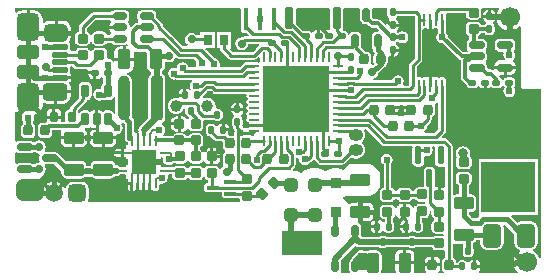
<source format=gtl>
G04 Layer_Physical_Order=1*
G04 Layer_Color=255*
%FSLAX25Y25*%
%MOIN*%
G70*
G01*
G75*
G04:AMPARAMS|DCode=10|XSize=19.69mil|YSize=23.62mil|CornerRadius=4.92mil|HoleSize=0mil|Usage=FLASHONLY|Rotation=270.000|XOffset=0mil|YOffset=0mil|HoleType=Round|Shape=RoundedRectangle|*
%AMROUNDEDRECTD10*
21,1,0.01969,0.01378,0,0,270.0*
21,1,0.00984,0.02362,0,0,270.0*
1,1,0.00984,-0.00689,-0.00492*
1,1,0.00984,-0.00689,0.00492*
1,1,0.00984,0.00689,0.00492*
1,1,0.00984,0.00689,-0.00492*
%
%ADD10ROUNDEDRECTD10*%
G04:AMPARAMS|DCode=11|XSize=35.43mil|YSize=31.5mil|CornerRadius=7.87mil|HoleSize=0mil|Usage=FLASHONLY|Rotation=0.000|XOffset=0mil|YOffset=0mil|HoleType=Round|Shape=RoundedRectangle|*
%AMROUNDEDRECTD11*
21,1,0.03543,0.01575,0,0,0.0*
21,1,0.01969,0.03150,0,0,0.0*
1,1,0.01575,0.00984,-0.00787*
1,1,0.01575,-0.00984,-0.00787*
1,1,0.01575,-0.00984,0.00787*
1,1,0.01575,0.00984,0.00787*
%
%ADD11ROUNDEDRECTD11*%
G04:AMPARAMS|DCode=12|XSize=43.31mil|YSize=9.84mil|CornerRadius=2.46mil|HoleSize=0mil|Usage=FLASHONLY|Rotation=270.000|XOffset=0mil|YOffset=0mil|HoleType=Round|Shape=RoundedRectangle|*
%AMROUNDEDRECTD12*
21,1,0.04331,0.00492,0,0,270.0*
21,1,0.03839,0.00984,0,0,270.0*
1,1,0.00492,-0.00246,-0.01919*
1,1,0.00492,-0.00246,0.01919*
1,1,0.00492,0.00246,0.01919*
1,1,0.00492,0.00246,-0.01919*
%
%ADD12ROUNDEDRECTD12*%
G04:AMPARAMS|DCode=13|XSize=19.69mil|YSize=23.62mil|CornerRadius=4.92mil|HoleSize=0mil|Usage=FLASHONLY|Rotation=180.000|XOffset=0mil|YOffset=0mil|HoleType=Round|Shape=RoundedRectangle|*
%AMROUNDEDRECTD13*
21,1,0.01969,0.01378,0,0,180.0*
21,1,0.00984,0.02362,0,0,180.0*
1,1,0.00984,-0.00492,0.00689*
1,1,0.00984,0.00492,0.00689*
1,1,0.00984,0.00492,-0.00689*
1,1,0.00984,-0.00492,-0.00689*
%
%ADD13ROUNDEDRECTD13*%
G04:AMPARAMS|DCode=14|XSize=35.43mil|YSize=27.56mil|CornerRadius=6.89mil|HoleSize=0mil|Usage=FLASHONLY|Rotation=90.000|XOffset=0mil|YOffset=0mil|HoleType=Round|Shape=RoundedRectangle|*
%AMROUNDEDRECTD14*
21,1,0.03543,0.01378,0,0,90.0*
21,1,0.02165,0.02756,0,0,90.0*
1,1,0.01378,0.00689,0.01083*
1,1,0.01378,0.00689,-0.01083*
1,1,0.01378,-0.00689,-0.01083*
1,1,0.01378,-0.00689,0.01083*
%
%ADD14ROUNDEDRECTD14*%
G04:AMPARAMS|DCode=15|XSize=35.43mil|YSize=31.5mil|CornerRadius=7.87mil|HoleSize=0mil|Usage=FLASHONLY|Rotation=90.000|XOffset=0mil|YOffset=0mil|HoleType=Round|Shape=RoundedRectangle|*
%AMROUNDEDRECTD15*
21,1,0.03543,0.01575,0,0,90.0*
21,1,0.01969,0.03150,0,0,90.0*
1,1,0.01575,0.00787,0.00984*
1,1,0.01575,0.00787,-0.00984*
1,1,0.01575,-0.00787,-0.00984*
1,1,0.01575,-0.00787,0.00984*
%
%ADD15ROUNDEDRECTD15*%
%ADD16O,0.03937X0.14961*%
G04:AMPARAMS|DCode=17|XSize=39.37mil|YSize=149.61mil|CornerRadius=9.84mil|HoleSize=0mil|Usage=FLASHONLY|Rotation=0.000|XOffset=0mil|YOffset=0mil|HoleType=Round|Shape=RoundedRectangle|*
%AMROUNDEDRECTD17*
21,1,0.03937,0.12992,0,0,0.0*
21,1,0.01969,0.14961,0,0,0.0*
1,1,0.01969,0.00984,-0.06496*
1,1,0.01969,-0.00984,-0.06496*
1,1,0.01969,-0.00984,0.06496*
1,1,0.01969,0.00984,0.06496*
%
%ADD17ROUNDEDRECTD17*%
G04:AMPARAMS|DCode=18|XSize=27.56mil|YSize=51.18mil|CornerRadius=6.89mil|HoleSize=0mil|Usage=FLASHONLY|Rotation=90.000|XOffset=0mil|YOffset=0mil|HoleType=Round|Shape=RoundedRectangle|*
%AMROUNDEDRECTD18*
21,1,0.02756,0.03740,0,0,90.0*
21,1,0.01378,0.05118,0,0,90.0*
1,1,0.01378,0.01870,0.00689*
1,1,0.01378,0.01870,-0.00689*
1,1,0.01378,-0.01870,-0.00689*
1,1,0.01378,-0.01870,0.00689*
%
%ADD18ROUNDEDRECTD18*%
G04:AMPARAMS|DCode=19|XSize=66.93mil|YSize=43.31mil|CornerRadius=10.83mil|HoleSize=0mil|Usage=FLASHONLY|Rotation=180.000|XOffset=0mil|YOffset=0mil|HoleType=Round|Shape=RoundedRectangle|*
%AMROUNDEDRECTD19*
21,1,0.06693,0.02165,0,0,180.0*
21,1,0.04528,0.04331,0,0,180.0*
1,1,0.02165,-0.02264,0.01083*
1,1,0.02165,0.02264,0.01083*
1,1,0.02165,0.02264,-0.01083*
1,1,0.02165,-0.02264,-0.01083*
%
%ADD19ROUNDEDRECTD19*%
G04:AMPARAMS|DCode=20|XSize=39.37mil|YSize=23.62mil|CornerRadius=5.91mil|HoleSize=0mil|Usage=FLASHONLY|Rotation=90.000|XOffset=0mil|YOffset=0mil|HoleType=Round|Shape=RoundedRectangle|*
%AMROUNDEDRECTD20*
21,1,0.03937,0.01181,0,0,90.0*
21,1,0.02756,0.02362,0,0,90.0*
1,1,0.01181,0.00591,0.01378*
1,1,0.01181,0.00591,-0.01378*
1,1,0.01181,-0.00591,-0.01378*
1,1,0.01181,-0.00591,0.01378*
%
%ADD20ROUNDEDRECTD20*%
%ADD21R,0.08071X0.08071*%
%ADD22O,0.00787X0.03543*%
%ADD23O,0.03543X0.00787*%
G04:AMPARAMS|DCode=24|XSize=23.62mil|YSize=45.28mil|CornerRadius=5.91mil|HoleSize=0mil|Usage=FLASHONLY|Rotation=180.000|XOffset=0mil|YOffset=0mil|HoleType=Round|Shape=RoundedRectangle|*
%AMROUNDEDRECTD24*
21,1,0.02362,0.03347,0,0,180.0*
21,1,0.01181,0.04528,0,0,180.0*
1,1,0.01181,-0.00591,0.01673*
1,1,0.01181,0.00591,0.01673*
1,1,0.01181,0.00591,-0.01673*
1,1,0.01181,-0.00591,-0.01673*
%
%ADD24ROUNDEDRECTD24*%
G04:AMPARAMS|DCode=25|XSize=45mil|YSize=45mil|CornerRadius=11.25mil|HoleSize=0mil|Usage=FLASHONLY|Rotation=0.000|XOffset=0mil|YOffset=0mil|HoleType=Round|Shape=RoundedRectangle|*
%AMROUNDEDRECTD25*
21,1,0.04500,0.02250,0,0,0.0*
21,1,0.02250,0.04500,0,0,0.0*
1,1,0.02250,0.01125,-0.01125*
1,1,0.02250,-0.01125,-0.01125*
1,1,0.02250,-0.01125,0.01125*
1,1,0.02250,0.01125,0.01125*
%
%ADD25ROUNDEDRECTD25*%
G04:AMPARAMS|DCode=26|XSize=35.43mil|YSize=31.5mil|CornerRadius=7.87mil|HoleSize=0mil|Usage=FLASHONLY|Rotation=315.000|XOffset=0mil|YOffset=0mil|HoleType=Round|Shape=RoundedRectangle|*
%AMROUNDEDRECTD26*
21,1,0.03543,0.01575,0,0,315.0*
21,1,0.01969,0.03150,0,0,315.0*
1,1,0.01575,0.00139,-0.01253*
1,1,0.01575,-0.01253,0.00139*
1,1,0.01575,-0.00139,0.01253*
1,1,0.01575,0.01253,-0.00139*
%
%ADD26ROUNDEDRECTD26*%
G04:AMPARAMS|DCode=27|XSize=23.62mil|YSize=47.24mil|CornerRadius=5.91mil|HoleSize=0mil|Usage=FLASHONLY|Rotation=90.000|XOffset=0mil|YOffset=0mil|HoleType=Round|Shape=RoundedRectangle|*
%AMROUNDEDRECTD27*
21,1,0.02362,0.03543,0,0,90.0*
21,1,0.01181,0.04724,0,0,90.0*
1,1,0.01181,0.01772,0.00591*
1,1,0.01181,0.01772,-0.00591*
1,1,0.01181,-0.01772,-0.00591*
1,1,0.01181,-0.01772,0.00591*
%
%ADD27ROUNDEDRECTD27*%
G04:AMPARAMS|DCode=28|XSize=25.59mil|YSize=43.31mil|CornerRadius=6.4mil|HoleSize=0mil|Usage=FLASHONLY|Rotation=180.000|XOffset=0mil|YOffset=0mil|HoleType=Round|Shape=RoundedRectangle|*
%AMROUNDEDRECTD28*
21,1,0.02559,0.03051,0,0,180.0*
21,1,0.01280,0.04331,0,0,180.0*
1,1,0.01280,-0.00640,0.01526*
1,1,0.01280,0.00640,0.01526*
1,1,0.01280,0.00640,-0.01526*
1,1,0.01280,-0.00640,-0.01526*
%
%ADD28ROUNDEDRECTD28*%
%ADD29R,0.22441X0.22441*%
%ADD30O,0.03543X0.00984*%
%ADD31O,0.00984X0.03543*%
G04:AMPARAMS|DCode=32|XSize=15.75mil|YSize=43.31mil|CornerRadius=3.94mil|HoleSize=0mil|Usage=FLASHONLY|Rotation=270.000|XOffset=0mil|YOffset=0mil|HoleType=Round|Shape=RoundedRectangle|*
%AMROUNDEDRECTD32*
21,1,0.01575,0.03543,0,0,270.0*
21,1,0.00787,0.04331,0,0,270.0*
1,1,0.00787,-0.01772,-0.00394*
1,1,0.00787,-0.01772,0.00394*
1,1,0.00787,0.01772,0.00394*
1,1,0.00787,0.01772,-0.00394*
%
%ADD32ROUNDEDRECTD32*%
G04:AMPARAMS|DCode=33|XSize=66.93mil|YSize=43.31mil|CornerRadius=10.83mil|HoleSize=0mil|Usage=FLASHONLY|Rotation=90.000|XOffset=0mil|YOffset=0mil|HoleType=Round|Shape=RoundedRectangle|*
%AMROUNDEDRECTD33*
21,1,0.06693,0.02165,0,0,90.0*
21,1,0.04528,0.04331,0,0,90.0*
1,1,0.02165,0.01083,0.02264*
1,1,0.02165,0.01083,-0.02264*
1,1,0.02165,-0.01083,-0.02264*
1,1,0.02165,-0.01083,0.02264*
%
%ADD33ROUNDEDRECTD33*%
G04:AMPARAMS|DCode=34|XSize=35.43mil|YSize=35.43mil|CornerRadius=8.86mil|HoleSize=0mil|Usage=FLASHONLY|Rotation=180.000|XOffset=0mil|YOffset=0mil|HoleType=Round|Shape=RoundedRectangle|*
%AMROUNDEDRECTD34*
21,1,0.03543,0.01772,0,0,180.0*
21,1,0.01772,0.03543,0,0,180.0*
1,1,0.01772,-0.00886,0.00886*
1,1,0.01772,0.00886,0.00886*
1,1,0.01772,0.00886,-0.00886*
1,1,0.01772,-0.00886,-0.00886*
%
%ADD34ROUNDEDRECTD34*%
G04:AMPARAMS|DCode=35|XSize=70.87mil|YSize=29.53mil|CornerRadius=7.38mil|HoleSize=0mil|Usage=FLASHONLY|Rotation=90.000|XOffset=0mil|YOffset=0mil|HoleType=Round|Shape=RoundedRectangle|*
%AMROUNDEDRECTD35*
21,1,0.07087,0.01476,0,0,90.0*
21,1,0.05610,0.02953,0,0,90.0*
1,1,0.01476,0.00738,0.02805*
1,1,0.01476,0.00738,-0.02805*
1,1,0.01476,-0.00738,-0.02805*
1,1,0.01476,-0.00738,0.02805*
%
%ADD35ROUNDEDRECTD35*%
G04:AMPARAMS|DCode=36|XSize=23.62mil|YSize=51.18mil|CornerRadius=5.91mil|HoleSize=0mil|Usage=FLASHONLY|Rotation=90.000|XOffset=0mil|YOffset=0mil|HoleType=Round|Shape=RoundedRectangle|*
%AMROUNDEDRECTD36*
21,1,0.02362,0.03937,0,0,90.0*
21,1,0.01181,0.05118,0,0,90.0*
1,1,0.01181,0.01969,0.00591*
1,1,0.01181,0.01969,-0.00591*
1,1,0.01181,-0.01969,-0.00591*
1,1,0.01181,-0.01969,0.00591*
%
%ADD36ROUNDEDRECTD36*%
%ADD37R,0.18110X0.16929*%
G04:AMPARAMS|DCode=38|XSize=78.74mil|YSize=62.99mil|CornerRadius=15.75mil|HoleSize=0mil|Usage=FLASHONLY|Rotation=270.000|XOffset=0mil|YOffset=0mil|HoleType=Round|Shape=RoundedRectangle|*
%AMROUNDEDRECTD38*
21,1,0.07874,0.03150,0,0,270.0*
21,1,0.04724,0.06299,0,0,270.0*
1,1,0.03150,-0.01575,-0.02362*
1,1,0.03150,-0.01575,0.02362*
1,1,0.03150,0.01575,0.02362*
1,1,0.03150,0.01575,-0.02362*
%
%ADD38ROUNDEDRECTD38*%
G04:AMPARAMS|DCode=39|XSize=93.5mil|YSize=74.8mil|CornerRadius=18.7mil|HoleSize=0mil|Usage=FLASHONLY|Rotation=270.000|XOffset=0mil|YOffset=0mil|HoleType=Round|Shape=RoundedRectangle|*
%AMROUNDEDRECTD39*
21,1,0.09350,0.03740,0,0,270.0*
21,1,0.05610,0.07480,0,0,270.0*
1,1,0.03740,-0.01870,-0.02805*
1,1,0.03740,-0.01870,0.02805*
1,1,0.03740,0.01870,0.02805*
1,1,0.03740,0.01870,-0.02805*
%
%ADD39ROUNDEDRECTD39*%
G04:AMPARAMS|DCode=40|XSize=46.26mil|YSize=74.8mil|CornerRadius=11.57mil|HoleSize=0mil|Usage=FLASHONLY|Rotation=270.000|XOffset=0mil|YOffset=0mil|HoleType=Round|Shape=RoundedRectangle|*
%AMROUNDEDRECTD40*
21,1,0.04626,0.05167,0,0,270.0*
21,1,0.02313,0.07480,0,0,270.0*
1,1,0.02313,-0.02584,-0.01157*
1,1,0.02313,-0.02584,0.01157*
1,1,0.02313,0.02584,0.01157*
1,1,0.02313,0.02584,-0.01157*
%
%ADD40ROUNDEDRECTD40*%
G04:AMPARAMS|DCode=41|XSize=58.07mil|YSize=78.74mil|CornerRadius=14.52mil|HoleSize=0mil|Usage=FLASHONLY|Rotation=270.000|XOffset=0mil|YOffset=0mil|HoleType=Round|Shape=RoundedRectangle|*
%AMROUNDEDRECTD41*
21,1,0.05807,0.04971,0,0,270.0*
21,1,0.02904,0.07874,0,0,270.0*
1,1,0.02904,-0.02485,-0.01452*
1,1,0.02904,-0.02485,0.01452*
1,1,0.02904,0.02485,0.01452*
1,1,0.02904,0.02485,-0.01452*
%
%ADD41ROUNDEDRECTD41*%
G04:AMPARAMS|DCode=42|XSize=58.07mil|YSize=82.68mil|CornerRadius=14.52mil|HoleSize=0mil|Usage=FLASHONLY|Rotation=270.000|XOffset=0mil|YOffset=0mil|HoleType=Round|Shape=RoundedRectangle|*
%AMROUNDEDRECTD42*
21,1,0.05807,0.05364,0,0,270.0*
21,1,0.02904,0.08268,0,0,270.0*
1,1,0.02904,-0.02682,-0.01452*
1,1,0.02904,-0.02682,0.01452*
1,1,0.02904,0.02682,0.01452*
1,1,0.02904,0.02682,-0.01452*
%
%ADD42ROUNDEDRECTD42*%
G04:AMPARAMS|DCode=43|XSize=17.72mil|YSize=54.33mil|CornerRadius=4.43mil|HoleSize=0mil|Usage=FLASHONLY|Rotation=90.000|XOffset=0mil|YOffset=0mil|HoleType=Round|Shape=RoundedRectangle|*
%AMROUNDEDRECTD43*
21,1,0.01772,0.04547,0,0,90.0*
21,1,0.00886,0.05433,0,0,90.0*
1,1,0.00886,0.02274,0.00443*
1,1,0.00886,0.02274,-0.00443*
1,1,0.00886,-0.02274,-0.00443*
1,1,0.00886,-0.02274,0.00443*
%
%ADD43ROUNDEDRECTD43*%
G04:AMPARAMS|DCode=44|XSize=21.65mil|YSize=59.06mil|CornerRadius=5.41mil|HoleSize=0mil|Usage=FLASHONLY|Rotation=0.000|XOffset=0mil|YOffset=0mil|HoleType=Round|Shape=RoundedRectangle|*
%AMROUNDEDRECTD44*
21,1,0.02165,0.04823,0,0,0.0*
21,1,0.01083,0.05906,0,0,0.0*
1,1,0.01083,0.00541,-0.02411*
1,1,0.01083,-0.00541,-0.02411*
1,1,0.01083,-0.00541,0.02411*
1,1,0.01083,0.00541,0.02411*
%
%ADD44ROUNDEDRECTD44*%
G04:AMPARAMS|DCode=45|XSize=15.75mil|YSize=74.8mil|CornerRadius=3.94mil|HoleSize=0mil|Usage=FLASHONLY|Rotation=0.000|XOffset=0mil|YOffset=0mil|HoleType=Round|Shape=RoundedRectangle|*
%AMROUNDEDRECTD45*
21,1,0.01575,0.06693,0,0,0.0*
21,1,0.00787,0.07480,0,0,0.0*
1,1,0.00787,0.00394,-0.03347*
1,1,0.00787,-0.00394,-0.03347*
1,1,0.00787,-0.00394,0.03347*
1,1,0.00787,0.00394,0.03347*
%
%ADD45ROUNDEDRECTD45*%
%ADD46R,0.03150X0.03543*%
%ADD47C,0.01181*%
%ADD48C,0.00984*%
%ADD49C,0.00787*%
%ADD50C,0.01772*%
%ADD51C,0.01575*%
%ADD52C,0.01969*%
%ADD53C,0.01378*%
%ADD54R,0.04250X0.05000*%
%ADD55R,0.02600X0.02272*%
%ADD56C,0.06693*%
%ADD57O,0.04724X0.03937*%
G04:AMPARAMS|DCode=58|XSize=59.06mil|YSize=59.06mil|CornerRadius=14.76mil|HoleSize=0mil|Usage=FLASHONLY|Rotation=90.000|XOffset=0mil|YOffset=0mil|HoleType=Round|Shape=RoundedRectangle|*
%AMROUNDEDRECTD58*
21,1,0.05906,0.02953,0,0,90.0*
21,1,0.02953,0.05906,0,0,90.0*
1,1,0.02953,0.01476,0.01476*
1,1,0.02953,0.01476,-0.01476*
1,1,0.02953,-0.01476,-0.01476*
1,1,0.02953,-0.01476,0.01476*
%
%ADD58ROUNDEDRECTD58*%
%ADD59C,0.05906*%
%ADD60C,0.03937*%
G04:AMPARAMS|DCode=61|XSize=90.55mil|YSize=70.87mil|CornerRadius=17.72mil|HoleSize=0mil|Usage=FLASHONLY|Rotation=180.000|XOffset=0mil|YOffset=0mil|HoleType=Round|Shape=RoundedRectangle|*
%AMROUNDEDRECTD61*
21,1,0.09055,0.03543,0,0,180.0*
21,1,0.05512,0.07087,0,0,180.0*
1,1,0.03543,-0.02756,0.01772*
1,1,0.03543,0.02756,0.01772*
1,1,0.03543,0.02756,-0.01772*
1,1,0.03543,-0.02756,-0.01772*
%
%ADD61ROUNDEDRECTD61*%
%ADD62R,0.13780X0.07874*%
%ADD63C,0.02402*%
%ADD64C,0.02756*%
%ADD65C,0.03150*%
G36*
X167227Y-76390D02*
Y-79309D01*
X167411Y-80231D01*
X167933Y-81012D01*
X168714Y-81534D01*
X169142Y-81619D01*
X169230Y-81868D01*
X169235Y-82148D01*
X168400Y-82788D01*
X167703Y-83696D01*
X167265Y-84754D01*
X167182Y-85388D01*
X171500D01*
Y-86388D01*
X167182D01*
X167265Y-87023D01*
X167703Y-88080D01*
X168400Y-88988D01*
X168512Y-89074D01*
X168351Y-89548D01*
X155639D01*
X155487Y-89048D01*
X155536Y-89015D01*
X155866Y-88521D01*
X155982Y-87939D01*
Y-87750D01*
X153969D01*
Y-87250D01*
X153469D01*
Y-85041D01*
X152894Y-85155D01*
X152401Y-85485D01*
X152158Y-85849D01*
X151701Y-85887D01*
X151594Y-85860D01*
X151446Y-85638D01*
X151023Y-85356D01*
X150524Y-85256D01*
X149539D01*
X149040Y-85356D01*
X148617Y-85638D01*
X148412Y-85945D01*
X147899D01*
Y-85766D01*
X147777Y-85151D01*
X147429Y-84630D01*
X146908Y-84282D01*
X146805Y-84262D01*
Y-79791D01*
X147305Y-79524D01*
X147507Y-79659D01*
X148236Y-79804D01*
X150294D01*
Y-80987D01*
X150203Y-81443D01*
Y-82821D01*
X150303Y-83320D01*
X150585Y-83743D01*
X151009Y-84026D01*
X151508Y-84126D01*
X152492D01*
X152991Y-84026D01*
X153415Y-83743D01*
X153697Y-83320D01*
X153797Y-82821D01*
Y-81443D01*
X153706Y-80987D01*
Y-79517D01*
X154112Y-79246D01*
X154525Y-78627D01*
X154546Y-78521D01*
X155810D01*
Y-79309D01*
X155993Y-80231D01*
X156516Y-81012D01*
X157297Y-81534D01*
X158219Y-81717D01*
X161368D01*
X162290Y-81534D01*
X163071Y-81012D01*
X163593Y-80231D01*
X163777Y-79309D01*
Y-74585D01*
X163633Y-73864D01*
X163971Y-73444D01*
X164269Y-73432D01*
X167227Y-76390D01*
D02*
G37*
G36*
X20577Y-21172D02*
X21001Y-21455D01*
X21500Y-21555D01*
X24931D01*
X25330Y-22055D01*
X25291Y-22250D01*
X27500D01*
Y-22750D01*
X28000D01*
Y-24764D01*
X28189D01*
X28771Y-24648D01*
X29265Y-24318D01*
X29896Y-24262D01*
X30085Y-24435D01*
Y-26241D01*
X29807Y-26658D01*
X29696Y-27215D01*
Y-27710D01*
X29310Y-28027D01*
X29035Y-27973D01*
X28260Y-28127D01*
X27602Y-28567D01*
X27163Y-29224D01*
X27008Y-30000D01*
X27163Y-30776D01*
X27602Y-31433D01*
X28260Y-31873D01*
X29035Y-32027D01*
X29811Y-31873D01*
X30061Y-31706D01*
X30531D01*
X30804Y-31652D01*
X31152Y-31721D01*
X32431D01*
X32988Y-31610D01*
X33460Y-31295D01*
X33775Y-30823D01*
X33827Y-30565D01*
X34327Y-30615D01*
Y-36314D01*
X33827Y-36364D01*
X33775Y-36107D01*
X33460Y-35634D01*
X32988Y-35319D01*
X32431Y-35208D01*
X31152D01*
X30595Y-35319D01*
X30123Y-35634D01*
X29701Y-35366D01*
X29331Y-35119D01*
X28691Y-34991D01*
X28551D01*
Y-38189D01*
X27551D01*
Y-34991D01*
X27411D01*
X26772Y-35119D01*
X26402Y-35366D01*
X25980Y-35634D01*
X25508Y-35319D01*
X24951Y-35208D01*
X23671D01*
X23114Y-35319D01*
X22642Y-35634D01*
X22403Y-35993D01*
X21934Y-35959D01*
X21883Y-35940D01*
X21863Y-35841D01*
X21853Y-35825D01*
Y-35242D01*
X24594Y-32501D01*
X24877Y-32078D01*
X24948Y-31721D01*
X24951D01*
X25508Y-31610D01*
X25980Y-31295D01*
X26295Y-30823D01*
X26406Y-30266D01*
Y-27215D01*
X26295Y-26658D01*
X25980Y-26186D01*
X25508Y-25870D01*
X24951Y-25759D01*
X23671D01*
X23114Y-25870D01*
X22642Y-26186D01*
X22327Y-26658D01*
X22216Y-27215D01*
Y-30266D01*
X22327Y-30823D01*
X22367Y-30882D01*
Y-31038D01*
X19625Y-33780D01*
X19343Y-34203D01*
X19243Y-34702D01*
Y-34912D01*
X19094D01*
X18519Y-35027D01*
X18030Y-35353D01*
X17704Y-35841D01*
X17589Y-36417D01*
Y-38583D01*
X17607Y-38671D01*
X17289Y-39057D01*
X16589D01*
X16272Y-38671D01*
X16289Y-38583D01*
Y-38000D01*
X13878D01*
X11467D01*
Y-38583D01*
X11520Y-38850D01*
X11108Y-39339D01*
X10039D01*
X9425Y-39461D01*
X8904Y-39810D01*
X8556Y-40330D01*
X8434Y-40945D01*
Y-42913D01*
X8556Y-43528D01*
X8904Y-44049D01*
X9425Y-44397D01*
X10039Y-44519D01*
X11614D01*
X12229Y-44397D01*
X12750Y-44049D01*
X13098Y-43528D01*
X13220Y-42913D01*
Y-41867D01*
X16133D01*
X16369Y-42308D01*
X16274Y-42449D01*
X16113Y-43262D01*
Y-43845D01*
X24887D01*
Y-43262D01*
X24726Y-42449D01*
X24265Y-41760D01*
X24130Y-41670D01*
X24281Y-41170D01*
X24951D01*
X25508Y-41059D01*
X25980Y-40743D01*
X26402Y-41012D01*
X26553Y-41113D01*
X26585Y-41693D01*
X26485Y-41760D01*
X26024Y-42449D01*
X25863Y-43262D01*
Y-43845D01*
X34637D01*
Y-43662D01*
X34750Y-43175D01*
X35526Y-43020D01*
X36183Y-42581D01*
X36623Y-41923D01*
X36777Y-41148D01*
X36623Y-40372D01*
X36291Y-39876D01*
X36579Y-39423D01*
X37106Y-39492D01*
X37394Y-39905D01*
Y-44413D01*
X37517Y-45028D01*
X37865Y-45549D01*
X38359Y-45879D01*
X38394Y-45938D01*
X38482Y-46367D01*
X38154Y-46750D01*
X38000D01*
Y-47989D01*
X37213D01*
Y-49409D01*
Y-50831D01*
X38000D01*
X38000Y-54111D01*
X36076D01*
X36027Y-54038D01*
X35441Y-53646D01*
X34750Y-53509D01*
X34344D01*
X34275Y-53162D01*
X33862Y-52543D01*
X33243Y-52130D01*
X32514Y-51985D01*
X27986D01*
X27257Y-52130D01*
X26638Y-52543D01*
X26225Y-53162D01*
X26189Y-53339D01*
X25774Y-53617D01*
X25375Y-53538D01*
X24976Y-53617D01*
X24561Y-53339D01*
X24525Y-53162D01*
X24112Y-52543D01*
X23493Y-52130D01*
X22764Y-51985D01*
X18236D01*
X17745Y-52083D01*
X15637Y-49975D01*
X15598Y-49949D01*
X15363Y-49597D01*
X14908Y-49292D01*
X14370Y-49186D01*
X11040D01*
X10773Y-48686D01*
X11040Y-48286D01*
X11208Y-47441D01*
X11040Y-46596D01*
X10561Y-45880D01*
X9845Y-45401D01*
X9000Y-45233D01*
X8155Y-45401D01*
X7656Y-45735D01*
X6913D01*
X6640Y-45552D01*
X6102Y-45445D01*
X2165D01*
X1628Y-45552D01*
X1503Y-45635D01*
X1003Y-45368D01*
Y-35900D01*
X1503Y-35740D01*
X1997Y-36119D01*
X2696Y-36408D01*
X3117Y-36464D01*
X3373Y-36966D01*
X3372Y-37002D01*
X3223Y-37750D01*
X3377Y-38526D01*
X3644Y-38926D01*
Y-39641D01*
X3392Y-39810D01*
X3044Y-40330D01*
X2922Y-40945D01*
Y-42913D01*
X3044Y-43528D01*
X3392Y-44049D01*
X3913Y-44397D01*
X4528Y-44519D01*
X6102D01*
X6717Y-44397D01*
X7238Y-44049D01*
X7586Y-43528D01*
X7708Y-42913D01*
Y-40945D01*
X7586Y-40330D01*
X7238Y-39810D01*
X6856Y-39554D01*
Y-38926D01*
X7123Y-38526D01*
X7277Y-37750D01*
X7129Y-37007D01*
X7131Y-36945D01*
X7394Y-36480D01*
X7934Y-36408D01*
X8632Y-36119D01*
X9232Y-35659D01*
X9692Y-35060D01*
X9981Y-34361D01*
X10080Y-33612D01*
Y-32892D01*
X10521Y-32656D01*
X10731Y-32797D01*
X11688Y-32987D01*
X13870D01*
Y-29035D01*
X14370D01*
Y-28535D01*
X19552D01*
Y-27584D01*
X19362Y-26627D01*
X18884Y-25913D01*
X19062Y-25794D01*
X19381Y-25317D01*
X19481Y-24811D01*
X15748D01*
Y-23811D01*
X19481D01*
X19381Y-23305D01*
X19070Y-22840D01*
X19181Y-22675D01*
X19276Y-22195D01*
Y-21309D01*
X19218Y-21019D01*
X19506Y-20603D01*
X19971Y-20566D01*
X20577Y-21172D01*
D02*
G37*
G36*
X55144Y-17849D02*
X55643Y-17948D01*
X60603D01*
X61376Y-18721D01*
X61316Y-18811D01*
X61162Y-19587D01*
X61298Y-20272D01*
X61034Y-20772D01*
X58682D01*
X58623Y-20474D01*
X58183Y-19817D01*
X57526Y-19377D01*
X56750Y-19223D01*
X55974Y-19377D01*
X55317Y-19817D01*
X54877Y-20474D01*
X54748Y-21122D01*
X54000Y-20973D01*
X53224Y-21127D01*
X52567Y-21567D01*
X52127Y-22224D01*
X51973Y-23000D01*
X52127Y-23776D01*
X52567Y-24433D01*
X53224Y-24873D01*
X54000Y-25027D01*
X54486Y-24930D01*
X54661Y-24965D01*
X59817D01*
X59968Y-25465D01*
X59817Y-25567D01*
X59377Y-26224D01*
X59223Y-27000D01*
X59377Y-27776D01*
X59784Y-28384D01*
X59754Y-28488D01*
X59721Y-28517D01*
X59099Y-28485D01*
X58606Y-28155D01*
X58031Y-28041D01*
Y-30250D01*
X57531D01*
Y-30750D01*
X55445D01*
X55431Y-30768D01*
X55082Y-31029D01*
X55028Y-31040D01*
X54500Y-30970D01*
X53781Y-31065D01*
X53110Y-31343D01*
X52535Y-31784D01*
X52093Y-32360D01*
X51815Y-33031D01*
X51720Y-33750D01*
X51815Y-34469D01*
X52093Y-35140D01*
X52535Y-35715D01*
X53110Y-36157D01*
X53781Y-36435D01*
X54500Y-36530D01*
X55219Y-36435D01*
X55890Y-36157D01*
X56466Y-35715D01*
X56907Y-35140D01*
X57129Y-34604D01*
X57213Y-34580D01*
X57278Y-34593D01*
X57703Y-34934D01*
Y-36057D01*
X57803Y-36556D01*
X58085Y-36980D01*
X58509Y-37262D01*
X58530Y-37267D01*
X58888Y-37625D01*
X58699Y-37984D01*
X58190Y-37980D01*
X57982Y-37668D01*
X57390Y-37273D01*
X56693Y-37134D01*
X56209D01*
Y-39744D01*
Y-42354D01*
X56693D01*
X57390Y-42215D01*
X57982Y-41820D01*
X58242Y-41430D01*
X58803Y-41389D01*
X58821Y-41395D01*
X59002Y-41667D01*
X59523Y-42015D01*
X60138Y-42137D01*
X62106D01*
X62721Y-42015D01*
X63242Y-41667D01*
X63590Y-41146D01*
X63712Y-40532D01*
Y-38957D01*
X63709Y-38941D01*
X64026Y-38555D01*
X67402D01*
X67758Y-38625D01*
X68742D01*
X69241Y-38526D01*
X69665Y-38243D01*
X69947Y-37820D01*
X70047Y-37321D01*
Y-35943D01*
X69947Y-35444D01*
X69665Y-35020D01*
X69241Y-34738D01*
X68742Y-34638D01*
X68147D01*
X68110Y-34625D01*
X67727Y-34151D01*
X67780Y-33750D01*
X67685Y-33031D01*
X67407Y-32360D01*
X66966Y-31784D01*
X66390Y-31343D01*
X65719Y-31065D01*
X65000Y-30970D01*
X64281Y-31065D01*
X64035Y-31167D01*
X63471Y-30882D01*
X63423Y-30693D01*
X64380Y-29736D01*
X64407Y-29696D01*
X64542Y-29561D01*
X64622Y-29507D01*
X65358Y-28771D01*
X66142D01*
X66354Y-28983D01*
X66435Y-29037D01*
X66765Y-29367D01*
X67188Y-29650D01*
X67687Y-29750D01*
X77680D01*
X78059Y-30250D01*
X78026Y-30413D01*
X78125Y-30913D01*
X78408Y-31336D01*
Y-31459D01*
X78125Y-31883D01*
X78026Y-32382D01*
X78125Y-32881D01*
X78408Y-33304D01*
Y-33428D01*
X78125Y-33851D01*
X78026Y-34350D01*
X78125Y-34850D01*
X78408Y-35273D01*
Y-35396D01*
X78125Y-35820D01*
X78026Y-36319D01*
X78125Y-36818D01*
X78188Y-36911D01*
X78378Y-37303D01*
X78188Y-37695D01*
X78125Y-37788D01*
X78026Y-38287D01*
X78125Y-38787D01*
X78285Y-39026D01*
X78255Y-39180D01*
X77925Y-39674D01*
X77909Y-39756D01*
X80610D01*
Y-40756D01*
X77876D01*
X77663Y-41091D01*
X77559Y-41190D01*
X77288Y-41218D01*
X76887Y-40950D01*
X76728Y-40591D01*
X76687Y-40349D01*
X76697Y-40334D01*
X76797Y-39835D01*
Y-38457D01*
X76697Y-37958D01*
X76415Y-37534D01*
X76222Y-37406D01*
X76207Y-37360D01*
X76249Y-36832D01*
X76568Y-36619D01*
X76898Y-36125D01*
X77013Y-35543D01*
Y-35354D01*
X72987D01*
Y-35543D01*
X73102Y-36125D01*
X73432Y-36619D01*
X73750Y-36832D01*
X73793Y-37360D01*
X73778Y-37406D01*
X73585Y-37534D01*
X73303Y-37958D01*
X73203Y-38457D01*
Y-39835D01*
X73303Y-40334D01*
X73445Y-40548D01*
Y-41000D01*
X73545Y-41499D01*
X73827Y-41923D01*
X74087Y-42182D01*
X73974Y-42750D01*
X74046Y-43111D01*
X74045Y-43113D01*
X74001Y-43332D01*
X73935Y-43614D01*
X73445Y-43693D01*
X73282Y-43660D01*
X72291D01*
X72023Y-43160D01*
X72116Y-43021D01*
X72232Y-42439D01*
Y-42250D01*
X70218D01*
Y-41750D01*
X69718D01*
Y-39541D01*
X69144Y-39656D01*
X68651Y-39985D01*
X68408Y-40349D01*
X67951Y-40387D01*
X67844Y-40360D01*
X67696Y-40139D01*
X67273Y-39856D01*
X66774Y-39756D01*
X65789D01*
X65290Y-39856D01*
X64867Y-40139D01*
X64584Y-40562D01*
X64485Y-41061D01*
Y-42439D01*
X64584Y-42938D01*
X64867Y-43361D01*
X65290Y-43644D01*
X65789Y-43744D01*
X65899D01*
X67327Y-45173D01*
X67751Y-45455D01*
X68250Y-45555D01*
X69954D01*
X70101Y-45702D01*
Y-47234D01*
X70223Y-47849D01*
X70571Y-48370D01*
X70912Y-48597D01*
X70912Y-49153D01*
X70571Y-49380D01*
X70223Y-49901D01*
X70101Y-50516D01*
Y-52484D01*
X70223Y-53099D01*
X70361Y-53305D01*
X70266Y-53965D01*
X70255Y-53978D01*
X69939Y-54189D01*
X69520Y-54816D01*
X69154Y-54811D01*
X68999Y-54764D01*
X68968Y-54604D01*
X68620Y-54083D01*
X68099Y-53735D01*
X67484Y-53613D01*
X65516D01*
X64901Y-53735D01*
X64380Y-54083D01*
X64057Y-54568D01*
X63931Y-54603D01*
X63523Y-54601D01*
X63242Y-54180D01*
X62721Y-53831D01*
X62106Y-53709D01*
X60138D01*
X59523Y-53831D01*
X59002Y-54180D01*
X58742Y-54569D01*
X58649Y-54595D01*
X58280D01*
X58187Y-54569D01*
X57927Y-54180D01*
X57406Y-53832D01*
X56791Y-53709D01*
X54823D01*
X54208Y-53832D01*
X53790Y-54111D01*
X50000D01*
X49500Y-53614D01*
X49500Y-50882D01*
X50000Y-50735D01*
X50302Y-51114D01*
X50223Y-51512D01*
X50377Y-52288D01*
X50817Y-52945D01*
X51474Y-53385D01*
X52250Y-53539D01*
X53026Y-53385D01*
X53683Y-52945D01*
X53702Y-52917D01*
X54487D01*
X54823Y-52984D01*
X56791D01*
X57406Y-52861D01*
X57927Y-52513D01*
X58187Y-52124D01*
X58280Y-52098D01*
X58649D01*
X58742Y-52124D01*
X59002Y-52513D01*
X59523Y-52861D01*
X60138Y-52984D01*
X62106D01*
X62721Y-52861D01*
X63242Y-52513D01*
X63416Y-52253D01*
X64010Y-52246D01*
X64227Y-52570D01*
X64818Y-52965D01*
X65516Y-53104D01*
X66000D01*
Y-50494D01*
Y-47884D01*
X65516D01*
X64818Y-48023D01*
X64227Y-48418D01*
X63952Y-48830D01*
X63423Y-48880D01*
X63373Y-48865D01*
X63242Y-48668D01*
X62721Y-48320D01*
X62527Y-48281D01*
Y-47565D01*
X62721Y-47527D01*
X63242Y-47179D01*
X63590Y-46658D01*
X63712Y-46043D01*
Y-44469D01*
X63590Y-43854D01*
X63242Y-43333D01*
X62721Y-42985D01*
X62106Y-42863D01*
X60138D01*
X59523Y-42985D01*
X59002Y-43333D01*
X58656Y-43851D01*
X58174D01*
X57828Y-43333D01*
X57307Y-42985D01*
X56693Y-42863D01*
X54724D01*
X54110Y-42985D01*
X53589Y-43333D01*
X53243Y-43851D01*
X50334D01*
X50183Y-43351D01*
X50433Y-43183D01*
X50873Y-42526D01*
X51027Y-41750D01*
X50873Y-40974D01*
X50433Y-40317D01*
X49781Y-39880D01*
X49776Y-39857D01*
X49786Y-39369D01*
X49805Y-39366D01*
X50392Y-38974D01*
X50783Y-38388D01*
X50920Y-37697D01*
Y-24705D01*
X50783Y-24013D01*
X50392Y-23427D01*
X49936Y-23123D01*
Y-22112D01*
X50311Y-21862D01*
X50724Y-21243D01*
X50869Y-20514D01*
Y-19212D01*
X51310Y-18976D01*
X51405Y-19040D01*
X52250Y-19208D01*
X53095Y-19040D01*
X53811Y-18561D01*
X54290Y-17845D01*
X54304Y-17773D01*
X54839Y-17645D01*
X55144Y-17849D01*
D02*
G37*
G36*
X116033Y-1503D02*
X116005Y-1648D01*
Y-4994D01*
X116111Y-5532D01*
X116416Y-5988D01*
X116872Y-6292D01*
X117409Y-6399D01*
X118162D01*
X119007Y-7243D01*
X119462Y-7548D01*
X120000Y-7655D01*
X121168D01*
X122114Y-8601D01*
X121907Y-9101D01*
X121150D01*
X120612Y-9208D01*
X120156Y-9512D01*
X119852Y-9968D01*
X119745Y-10506D01*
Y-13852D01*
X119852Y-14390D01*
X120134Y-14813D01*
Y-14990D01*
X120134Y-14990D01*
X120257Y-15605D01*
X120605Y-16126D01*
X120744Y-16264D01*
X120485Y-16651D01*
X120363Y-17266D01*
Y-19234D01*
X120444Y-19644D01*
X120089Y-20026D01*
X119959Y-20015D01*
X119587Y-19487D01*
X119637Y-19234D01*
Y-17266D01*
X119515Y-16651D01*
X119167Y-16130D01*
X118646Y-15782D01*
X118032Y-15660D01*
X117755D01*
X116204Y-14109D01*
X116255Y-13852D01*
Y-10506D01*
X116148Y-9968D01*
X115844Y-9512D01*
X115388Y-9208D01*
X114850Y-9101D01*
X113669D01*
X113132Y-9208D01*
X112676Y-9512D01*
X112371Y-9968D01*
X112316Y-10244D01*
X111816Y-10195D01*
Y-9941D01*
X111717Y-9442D01*
X111434Y-9018D01*
X111011Y-8736D01*
X110512Y-8636D01*
X110354D01*
X110087Y-8136D01*
X110226Y-7928D01*
X110345Y-7333D01*
Y-1722D01*
X110301Y-1503D01*
X110699Y-1003D01*
X115627D01*
X116033Y-1503D01*
D02*
G37*
G36*
X141975Y-32773D02*
Y-41430D01*
X140710Y-42695D01*
X137443D01*
X137291Y-42195D01*
X137683Y-41933D01*
X138123Y-41276D01*
X138277Y-40500D01*
X138247Y-40348D01*
X139428Y-39167D01*
X139711Y-38743D01*
X139811Y-38244D01*
Y-37487D01*
X139908Y-37468D01*
X140429Y-37120D01*
X140777Y-36599D01*
X140899Y-35984D01*
Y-34016D01*
X140777Y-33401D01*
X141063Y-32930D01*
X141433Y-32683D01*
X141475Y-32621D01*
X141975Y-32773D01*
D02*
G37*
G36*
X8155Y-49481D02*
X8827Y-49614D01*
X9042Y-49920D01*
X9091Y-50021D01*
X9119Y-50135D01*
X9028Y-50591D01*
Y-51772D01*
X9119Y-52227D01*
X9091Y-52341D01*
X9042Y-52442D01*
X8827Y-52748D01*
X8155Y-52881D01*
X7656Y-53215D01*
X6913D01*
X6640Y-53033D01*
X6102Y-52926D01*
X2165D01*
X1628Y-53033D01*
X1503Y-53116D01*
X1003Y-52848D01*
Y-49514D01*
X1503Y-49246D01*
X1628Y-49330D01*
X2165Y-49436D01*
X6102D01*
X6640Y-49330D01*
X6913Y-49147D01*
X7656D01*
X8155Y-49481D01*
D02*
G37*
G36*
X16330Y-55492D02*
Y-56057D01*
X16475Y-56787D01*
X16888Y-57405D01*
X17507Y-57819D01*
X18236Y-57964D01*
X22764D01*
X23493Y-57819D01*
X24112Y-57405D01*
X24202Y-57271D01*
X24350D01*
X24599Y-57438D01*
X25375Y-57592D01*
X26151Y-57438D01*
X26400Y-57271D01*
X26548D01*
X26638Y-57405D01*
X27257Y-57819D01*
X27986Y-57964D01*
X32514D01*
X33243Y-57819D01*
X33862Y-57405D01*
X34052Y-57121D01*
X34750D01*
X35441Y-56984D01*
X36027Y-56592D01*
X36076Y-56519D01*
X37596D01*
X38000Y-57019D01*
X38000Y-58000D01*
X38383D01*
X38441Y-58071D01*
Y-58949D01*
X39862D01*
Y-59449D01*
X40362D01*
Y-62148D01*
X40406Y-62140D01*
X40846Y-61845D01*
X41287Y-62140D01*
X41331Y-62148D01*
Y-59449D01*
X42331D01*
Y-62148D01*
X42375Y-62140D01*
X42815Y-61845D01*
X43255Y-62140D01*
X43299Y-62148D01*
Y-59449D01*
X44299D01*
Y-62148D01*
X44343Y-62140D01*
X44783Y-61845D01*
X45224Y-62140D01*
X45268Y-62148D01*
Y-59449D01*
X46268D01*
Y-62148D01*
X46312Y-62140D01*
X46773Y-61832D01*
X47275Y-61939D01*
X47736Y-62031D01*
X48197Y-61939D01*
X48588Y-61678D01*
X48849Y-61288D01*
X48941Y-60827D01*
Y-59957D01*
X49441Y-59588D01*
X49903Y-59680D01*
X50678Y-59525D01*
X51336Y-59086D01*
X51775Y-58428D01*
X51930Y-57653D01*
X51804Y-57019D01*
X52092Y-56519D01*
X53217D01*
Y-56890D01*
X53339Y-57504D01*
X53688Y-58025D01*
X54208Y-58373D01*
X54823Y-58495D01*
X56791D01*
X57406Y-58373D01*
X57927Y-58025D01*
X58187Y-57636D01*
X58280Y-57610D01*
X58649D01*
X58742Y-57636D01*
X59002Y-58025D01*
X59523Y-58373D01*
X60138Y-58495D01*
X62106D01*
X62721Y-58373D01*
X63242Y-58025D01*
X63565Y-57541D01*
X63691Y-57505D01*
X64099Y-57507D01*
X64380Y-57929D01*
X64901Y-58277D01*
X65195Y-58335D01*
Y-59402D01*
X65026D01*
X64565Y-59494D01*
X64174Y-59755D01*
X63913Y-60145D01*
X63821Y-60606D01*
Y-61394D01*
X63913Y-61854D01*
X64174Y-62245D01*
X64565Y-62506D01*
X65026Y-62598D01*
X68569D01*
X69030Y-62506D01*
X69261Y-62351D01*
X69671Y-62507D01*
X69727Y-62575D01*
Y-63362D01*
X69819Y-63823D01*
X70080Y-64214D01*
X70470Y-64475D01*
X70931Y-64566D01*
X74474D01*
X74935Y-64475D01*
X75160Y-64324D01*
X75660Y-64472D01*
Y-64543D01*
X75782Y-65158D01*
X75961Y-65426D01*
X75694Y-65926D01*
X25349D01*
X25082Y-65426D01*
X25262Y-65155D01*
X25438Y-64272D01*
Y-61319D01*
X25262Y-60436D01*
X24762Y-59687D01*
X24013Y-59187D01*
X23130Y-59011D01*
X20177D01*
X19294Y-59187D01*
X18545Y-59687D01*
X18045Y-60436D01*
X17898Y-61174D01*
X17381Y-61231D01*
X17203Y-60802D01*
X16569Y-59976D01*
X15743Y-59343D01*
X14782Y-58944D01*
X14250Y-58874D01*
Y-62795D01*
X13250D01*
Y-58874D01*
X12718Y-58944D01*
X11757Y-59343D01*
X11668Y-59410D01*
X11168Y-59164D01*
X10927Y-58581D01*
X10483Y-58002D01*
X9904Y-57557D01*
X9743Y-57491D01*
X9795Y-56971D01*
X9845Y-56961D01*
X10561Y-56482D01*
X11040Y-55766D01*
X11208Y-54921D01*
X11040Y-54076D01*
X10773Y-53677D01*
X11040Y-53177D01*
X14014D01*
X16330Y-55492D01*
D02*
G37*
G36*
X123077Y-46672D02*
X123501Y-46955D01*
X124000Y-47055D01*
X133102D01*
X133424Y-47555D01*
X133364Y-47858D01*
Y-52681D01*
X133467Y-53199D01*
X133760Y-53639D01*
X134200Y-53933D01*
X134719Y-54036D01*
X135801D01*
X136320Y-53933D01*
X136759Y-53639D01*
X137053Y-53199D01*
X137156Y-52681D01*
Y-50845D01*
X137656Y-50447D01*
X138056Y-50527D01*
X138832Y-50373D01*
X139490Y-49933D01*
X139929Y-49276D01*
X140084Y-48500D01*
X139929Y-47724D01*
X139816Y-47555D01*
X140083Y-47055D01*
X140582D01*
X140904Y-47555D01*
X140844Y-47858D01*
Y-52681D01*
X140947Y-53199D01*
X141241Y-53639D01*
X141680Y-53933D01*
X142199Y-54036D01*
X143281D01*
X143695Y-53953D01*
X144195Y-54224D01*
Y-60644D01*
X143695Y-60976D01*
X143234Y-60884D01*
X142750D01*
Y-63494D01*
X141750D01*
Y-60884D01*
X141266D01*
X141222Y-60893D01*
X141186Y-60875D01*
X140837Y-60460D01*
X140896Y-60161D01*
Y-55339D01*
X140793Y-54820D01*
X140499Y-54381D01*
X140060Y-54087D01*
X139541Y-53984D01*
X138459D01*
X137940Y-54087D01*
X137501Y-54381D01*
X137207Y-54820D01*
X137104Y-55339D01*
Y-60161D01*
X137142Y-60351D01*
X136766Y-60851D01*
X135516D01*
X134901Y-60973D01*
X134380Y-61321D01*
X134032Y-61842D01*
X133964Y-62184D01*
X133237D01*
X133218Y-62086D01*
X132870Y-61565D01*
X132349Y-61217D01*
X131734Y-61095D01*
X129766D01*
X129151Y-61217D01*
X128630Y-61565D01*
X128282Y-62086D01*
X128263Y-62184D01*
X127486D01*
X127468Y-62092D01*
X127120Y-61571D01*
X126599Y-61223D01*
X126347Y-61173D01*
Y-52939D01*
X126621Y-52529D01*
X126776Y-51754D01*
X126621Y-50978D01*
X126182Y-50320D01*
X125524Y-49881D01*
X124748Y-49726D01*
X123973Y-49881D01*
X123315Y-50320D01*
X122876Y-50978D01*
X122721Y-51754D01*
X122876Y-52529D01*
X123315Y-53187D01*
X123738Y-53470D01*
Y-61156D01*
X123401Y-61223D01*
X122880Y-61571D01*
X122532Y-62092D01*
X122410Y-62707D01*
Y-64281D01*
X122532Y-64896D01*
X122880Y-65417D01*
X123401Y-65765D01*
X124016Y-65887D01*
X125984D01*
X126599Y-65765D01*
X127120Y-65417D01*
X127468Y-64896D01*
X127488Y-64793D01*
X128263D01*
X128282Y-64890D01*
X128630Y-65411D01*
X129151Y-65759D01*
X129766Y-65881D01*
X131734D01*
X132349Y-65759D01*
X132870Y-65411D01*
X133218Y-64890D01*
X133237Y-64793D01*
X134130D01*
X134380Y-65167D01*
X134901Y-65515D01*
X135516Y-65637D01*
X137484D01*
X137698Y-65992D01*
X137674Y-66035D01*
X137311Y-66363D01*
X135516D01*
X134901Y-66485D01*
X134380Y-66833D01*
X134032Y-67354D01*
X133964Y-67698D01*
X133454D01*
X133418Y-67515D01*
X133023Y-66924D01*
X132432Y-66529D01*
X131734Y-66390D01*
X131250D01*
Y-69000D01*
X130250D01*
Y-66390D01*
X129766D01*
X129068Y-66529D01*
X128477Y-66924D01*
X128082Y-67515D01*
X128021Y-67822D01*
X127511D01*
X127468Y-67604D01*
X127120Y-67083D01*
X126599Y-66735D01*
X125984Y-66613D01*
X124016D01*
X123401Y-66735D01*
X122880Y-67083D01*
X122532Y-67604D01*
X122410Y-68218D01*
Y-69793D01*
X122532Y-70408D01*
X122880Y-70929D01*
X123401Y-71277D01*
X124016Y-71399D01*
X124064D01*
Y-72254D01*
X123795Y-72504D01*
X123239Y-72445D01*
X123099Y-72235D01*
X122606Y-71905D01*
X122031Y-71791D01*
Y-74000D01*
Y-76209D01*
X122606Y-76095D01*
X123099Y-75765D01*
X123342Y-75401D01*
X123799Y-75363D01*
X123906Y-75390D01*
X124054Y-75612D01*
X124477Y-75894D01*
X124976Y-75994D01*
X125961D01*
X126460Y-75894D01*
X126883Y-75612D01*
X127166Y-75188D01*
X127265Y-74689D01*
Y-73311D01*
X127166Y-72812D01*
X126883Y-72388D01*
X126874Y-72382D01*
Y-71093D01*
X127120Y-70929D01*
X127468Y-70408D01*
X127512Y-70183D01*
X128022D01*
X128082Y-70485D01*
X128477Y-71076D01*
X129068Y-71471D01*
X129753Y-71607D01*
X129774Y-71640D01*
X129901Y-72110D01*
X129714Y-72235D01*
X129384Y-72729D01*
X129268Y-73311D01*
Y-73500D01*
X131281D01*
Y-74000D01*
X131781D01*
Y-76209D01*
X132356Y-76095D01*
X132849Y-75765D01*
X133092Y-75401D01*
X133549Y-75363D01*
X133656Y-75390D01*
X133804Y-75612D01*
X134227Y-75894D01*
X134726Y-75994D01*
X135711D01*
X136210Y-75894D01*
X136633Y-75612D01*
X136916Y-75188D01*
X137015Y-74689D01*
Y-73311D01*
X136916Y-72812D01*
X136633Y-72388D01*
X136624Y-72382D01*
Y-71149D01*
X137484D01*
X138099Y-71027D01*
X138620Y-70679D01*
X138968Y-70158D01*
X139090Y-69543D01*
Y-68923D01*
X139590Y-68656D01*
X139660Y-68703D01*
Y-69793D01*
X139782Y-70408D01*
X140130Y-70929D01*
X140578Y-71228D01*
X140618Y-71500D01*
X140578Y-71772D01*
X140130Y-72071D01*
X139782Y-72592D01*
X139660Y-73207D01*
Y-74782D01*
X139782Y-75396D01*
X140130Y-75917D01*
X140651Y-76265D01*
X141266Y-76387D01*
X143234D01*
X143559Y-76323D01*
X143997Y-76649D01*
Y-76850D01*
X143559Y-77177D01*
X143234Y-77113D01*
X141266D01*
X140651Y-77235D01*
X140536Y-77312D01*
X134373D01*
X134241Y-77224D01*
X133742Y-77125D01*
X132758D01*
X132259Y-77224D01*
X132127Y-77312D01*
X124623D01*
X124491Y-77224D01*
X123992Y-77125D01*
X123008D01*
X122509Y-77224D01*
X122377Y-77312D01*
X116768D01*
X116358Y-76812D01*
X116366Y-76772D01*
Y-74016D01*
X116259Y-73478D01*
X115954Y-73022D01*
X115578Y-72771D01*
X115608Y-72416D01*
X115661Y-72271D01*
X118264D01*
X119076Y-72110D01*
X119765Y-71649D01*
X120226Y-70960D01*
X120387Y-70148D01*
Y-69565D01*
X116000D01*
Y-69065D01*
X115500D01*
Y-65859D01*
X113736D01*
X112924Y-66020D01*
X112397Y-66372D01*
X111859Y-66285D01*
X111791Y-66244D01*
X111233Y-65517D01*
X110472Y-64933D01*
X110053Y-64759D01*
Y-64218D01*
X110671Y-63962D01*
X110985Y-63721D01*
X113236D01*
X113736Y-63787D01*
X118264D01*
X119369Y-63641D01*
X120398Y-63215D01*
X121282Y-62536D01*
X121961Y-61652D01*
X122387Y-60623D01*
X122533Y-59518D01*
Y-57352D01*
X122387Y-56248D01*
X121961Y-55218D01*
X121282Y-54334D01*
X120398Y-53655D01*
X119369Y-53229D01*
X118264Y-53084D01*
X113736D01*
X112631Y-53229D01*
X111602Y-53655D01*
X110718Y-54334D01*
X110237Y-54961D01*
X109689Y-54734D01*
X108636Y-54595D01*
X106864D01*
X105811Y-54734D01*
X104829Y-55140D01*
X104515Y-55382D01*
X104344D01*
X104031Y-55141D01*
X102991Y-54710D01*
X101875Y-54563D01*
X99625D01*
X98509Y-54710D01*
X97469Y-55141D01*
X96576Y-55826D01*
X96318Y-56163D01*
X95884Y-55829D01*
X95035Y-55478D01*
X94125Y-55358D01*
X93630D01*
X93423Y-54858D01*
X94095Y-54185D01*
X94378Y-53762D01*
X94477Y-53263D01*
Y-51263D01*
X94977Y-50923D01*
X95074Y-50942D01*
X95473Y-51500D01*
X95627Y-52276D01*
X96067Y-52933D01*
X96724Y-53373D01*
X97500Y-53527D01*
X98276Y-53373D01*
X98933Y-52933D01*
X99156Y-52601D01*
X99423Y-52422D01*
X100180Y-51665D01*
X100554Y-51702D01*
X101774Y-52922D01*
X102197Y-53205D01*
X102697Y-53305D01*
X109900D01*
X110399Y-53205D01*
X110822Y-52922D01*
X112802Y-50943D01*
X113387Y-51185D01*
X114106Y-51280D01*
X114894D01*
X115613Y-51185D01*
X116284Y-50907D01*
X116859Y-50466D01*
X117301Y-49890D01*
X117579Y-49219D01*
X117673Y-48500D01*
X117579Y-47781D01*
X117301Y-47110D01*
X116859Y-46534D01*
X116566Y-46310D01*
Y-45690D01*
X116859Y-45465D01*
X117301Y-44890D01*
X117579Y-44219D01*
X117673Y-43500D01*
X117579Y-42781D01*
X117301Y-42110D01*
X117223Y-42009D01*
X117445Y-41561D01*
X117965D01*
X123077Y-46672D01*
D02*
G37*
G36*
X134101Y-3946D02*
Y-5213D01*
Y-17804D01*
X132578Y-19328D01*
X132295Y-19751D01*
X132195Y-20250D01*
Y-26710D01*
X131960Y-26945D01*
X130527D01*
X130260Y-26445D01*
X130373Y-26276D01*
X130527Y-25500D01*
X130373Y-24724D01*
X129933Y-24067D01*
X129276Y-23627D01*
X128500Y-23473D01*
X127724Y-23627D01*
X127067Y-24067D01*
X126627Y-24724D01*
X126538Y-25172D01*
X120230D01*
X120181Y-24672D01*
X120845Y-24540D01*
X121561Y-24061D01*
X122040Y-23345D01*
X122192Y-22579D01*
X123891Y-20879D01*
X123891Y-20879D01*
X123975Y-20754D01*
X124158Y-20718D01*
X124679Y-20370D01*
X125027Y-19849D01*
X125149Y-19234D01*
Y-17490D01*
X125613Y-17212D01*
X125631Y-17210D01*
X125676Y-17240D01*
X126250Y-17354D01*
Y-15146D01*
X126750D01*
Y-14646D01*
X128763D01*
Y-14457D01*
X128648Y-13874D01*
X128318Y-13381D01*
X128000Y-13168D01*
X127957Y-12640D01*
X127972Y-12594D01*
X128123Y-12494D01*
X128567Y-12288D01*
X129224Y-12727D01*
X130000Y-12881D01*
X130776Y-12727D01*
X131433Y-12288D01*
X131873Y-11630D01*
X132027Y-10854D01*
X131873Y-10079D01*
X131433Y-9421D01*
X130776Y-8981D01*
X130000Y-8827D01*
X129224Y-8981D01*
X128662Y-9357D01*
X128258Y-9173D01*
X128281Y-8685D01*
X128318Y-8660D01*
X128648Y-8167D01*
X128763Y-7585D01*
Y-7396D01*
X126750D01*
Y-6396D01*
X128763D01*
Y-6207D01*
X128648Y-5624D01*
X128318Y-5131D01*
X128000Y-4918D01*
X127957Y-4390D01*
X127972Y-4344D01*
X128165Y-4216D01*
X128370Y-3909D01*
X134064D01*
X134101Y-3946D01*
D02*
G37*
G36*
X114917Y-80787D02*
X115608Y-80924D01*
X115733Y-80900D01*
X115858Y-80924D01*
X122377D01*
X122509Y-81012D01*
X123008Y-81112D01*
X123992D01*
X124491Y-81012D01*
X124623Y-80924D01*
X132127D01*
X132259Y-81012D01*
X132758Y-81112D01*
X133742D01*
X134241Y-81012D01*
X134373Y-80924D01*
X139794D01*
X140130Y-81429D01*
X140651Y-81777D01*
X141266Y-81899D01*
X143234D01*
X143695Y-81807D01*
X144195Y-82101D01*
Y-84264D01*
X144104Y-84282D01*
X143583Y-84630D01*
X143235Y-85151D01*
X143113Y-85766D01*
Y-87734D01*
X143235Y-88349D01*
X143583Y-88870D01*
X143850Y-89048D01*
X143698Y-89548D01*
X142185D01*
X142033Y-89048D01*
X142070Y-89023D01*
X142465Y-88432D01*
X142604Y-87734D01*
Y-87250D01*
X139994D01*
X137384D01*
Y-87734D01*
X137523Y-88432D01*
X137918Y-89023D01*
X137955Y-89048D01*
X137803Y-89548D01*
X134120D01*
X133864Y-89135D01*
X133865Y-89048D01*
X134021Y-88264D01*
Y-86500D01*
X130815D01*
X127609D01*
Y-88264D01*
X127765Y-89048D01*
X127766Y-89135D01*
X127510Y-89548D01*
X123189D01*
X122954Y-89107D01*
X123029Y-88993D01*
X123174Y-88264D01*
Y-83736D01*
X123029Y-83007D01*
X122616Y-82388D01*
X121997Y-81975D01*
X121268Y-81830D01*
X119102D01*
X118373Y-81975D01*
X118308Y-82018D01*
X117935Y-81944D01*
X117125D01*
X117026Y-81877D01*
X116250Y-81723D01*
X115474Y-81877D01*
X114817Y-82317D01*
X114377Y-82974D01*
X114354Y-83092D01*
X113093Y-84353D01*
X112701Y-84939D01*
X112695Y-84970D01*
X112481Y-85289D01*
X112375Y-85827D01*
Y-88583D01*
X112467Y-89048D01*
X112292Y-89474D01*
X112253Y-89548D01*
X109597D01*
X109558Y-89474D01*
X109383Y-89048D01*
X109476Y-88583D01*
Y-85827D01*
X109393Y-85411D01*
X114378Y-80427D01*
X114917Y-80787D01*
D02*
G37*
G36*
X105801Y-1503D02*
X105757Y-1722D01*
Y-7333D01*
X105876Y-7928D01*
X105910Y-7979D01*
X105674Y-8420D01*
X104842D01*
X104260Y-8535D01*
X103788Y-8851D01*
X103417Y-8602D01*
X102835Y-8486D01*
X102646D01*
Y-10500D01*
X101646D01*
Y-8486D01*
X101457D01*
X100874Y-8602D01*
X100381Y-8932D01*
X100168Y-9250D01*
X99640Y-9293D01*
X99594Y-9278D01*
X99466Y-9085D01*
X99043Y-8803D01*
X98543Y-8703D01*
X97165D01*
X96859Y-8764D01*
X94439Y-6344D01*
Y-1722D01*
X94396Y-1503D01*
X94794Y-1003D01*
X105403D01*
X105801Y-1503D01*
D02*
G37*
G36*
X166250Y-8568D02*
X166885Y-8485D01*
X167942Y-8047D01*
X168850Y-7350D01*
X169023Y-7124D01*
X169497Y-7285D01*
Y-27067D01*
X169573Y-27451D01*
X169790Y-27777D01*
X170116Y-27994D01*
X170500Y-28071D01*
X176162D01*
Y-84479D01*
X175662Y-84578D01*
X175297Y-83696D01*
X174600Y-82788D01*
X173692Y-82092D01*
X173583Y-82047D01*
X173632Y-81549D01*
X173707Y-81534D01*
X174488Y-81012D01*
X175011Y-80231D01*
X175194Y-79309D01*
Y-74585D01*
X175011Y-73663D01*
X174488Y-72882D01*
X173707Y-72360D01*
X172785Y-72176D01*
X169636D01*
X168714Y-72360D01*
X168299Y-72637D01*
X166220Y-70557D01*
X166427Y-70057D01*
X175148D01*
Y-51553D01*
X155463D01*
Y-70057D01*
X155463Y-70057D01*
X155463D01*
X155505Y-70557D01*
X155024Y-71038D01*
X153527D01*
X152206Y-69716D01*
Y-69174D01*
X152764D01*
X153493Y-69029D01*
X154112Y-68616D01*
X154525Y-67997D01*
X154671Y-67268D01*
Y-65102D01*
X154525Y-64373D01*
X154112Y-63754D01*
X153493Y-63341D01*
X152764Y-63196D01*
X152206D01*
Y-60205D01*
X152620Y-59929D01*
X152968Y-59408D01*
X153090Y-58793D01*
Y-57218D01*
X152968Y-56604D01*
X152620Y-56083D01*
X152099Y-55735D01*
X151484Y-55613D01*
X149516D01*
X148901Y-55735D01*
X148380Y-56083D01*
X148032Y-56604D01*
X147910Y-57218D01*
Y-58793D01*
X148032Y-59408D01*
X148380Y-59929D01*
X148794Y-60205D01*
Y-63196D01*
X148236D01*
X147507Y-63341D01*
X147305Y-63476D01*
X146805Y-63209D01*
Y-47250D01*
X146705Y-46751D01*
X146423Y-46327D01*
X144922Y-44827D01*
X144499Y-44545D01*
X144000Y-44445D01*
X143303D01*
X143112Y-43984D01*
X144202Y-42893D01*
X144485Y-42470D01*
X144584Y-41971D01*
Y-27260D01*
X144579Y-27236D01*
Y-25091D01*
X144499Y-24687D01*
X144271Y-24345D01*
X143929Y-24117D01*
X143526Y-24037D01*
X143034D01*
X142630Y-24117D01*
X142295Y-24341D01*
X141960Y-24117D01*
X141557Y-24037D01*
X141065D01*
X140662Y-24117D01*
X140506Y-24221D01*
X140487Y-24192D01*
X140075Y-23917D01*
X139843Y-23871D01*
Y-27010D01*
X138843D01*
Y-23871D01*
X138610Y-23917D01*
X138198Y-24192D01*
X138179Y-24221D01*
X138023Y-24117D01*
X137620Y-24037D01*
X137128D01*
X136725Y-24117D01*
X136390Y-24341D01*
X136055Y-24117D01*
X135652Y-24037D01*
X135160D01*
X134805Y-23746D01*
Y-20790D01*
X136328Y-19267D01*
X136611Y-18844D01*
X136710Y-18345D01*
Y-8362D01*
X137128Y-7936D01*
X137620D01*
X138023Y-7855D01*
X138179Y-7751D01*
X138198Y-7780D01*
X138610Y-8056D01*
X138843Y-8102D01*
Y-4963D01*
X139843D01*
Y-8102D01*
X140075Y-8056D01*
X140487Y-7780D01*
X140506Y-7751D01*
X140662Y-7855D01*
X141065Y-7936D01*
X141557D01*
X141975Y-8362D01*
Y-9335D01*
X141846Y-9421D01*
X141407Y-10079D01*
X141252Y-10854D01*
X141407Y-11630D01*
X141846Y-12288D01*
X142504Y-12727D01*
X143280Y-12881D01*
X143397Y-12858D01*
X148782Y-18244D01*
X149238Y-18548D01*
X149522Y-18605D01*
Y-24345D01*
X149629Y-24883D01*
X149934Y-25339D01*
X151429Y-26834D01*
X151460Y-26991D01*
X151743Y-27415D01*
X152166Y-27697D01*
X152665Y-27797D01*
X154043D01*
X154543Y-27697D01*
X154966Y-27415D01*
X155094Y-27222D01*
X155140Y-27207D01*
X155668Y-27250D01*
X155881Y-27568D01*
X156375Y-27898D01*
X156957Y-28014D01*
X157146D01*
Y-26000D01*
X158146D01*
Y-28014D01*
X158335D01*
X158917Y-27898D01*
X159410Y-27568D01*
X160000Y-27586D01*
X160166Y-27697D01*
X160665Y-27797D01*
X162043D01*
X162543Y-27697D01*
X162966Y-27415D01*
X163243Y-26999D01*
X163288Y-26991D01*
X163712D01*
X163757Y-26999D01*
X164034Y-27415D01*
X164112Y-27467D01*
X163773Y-27974D01*
X163619Y-28750D01*
X163773Y-29526D01*
X164212Y-30183D01*
X164870Y-30623D01*
X165646Y-30777D01*
X166421Y-30623D01*
X167079Y-30183D01*
X167518Y-29526D01*
X167673Y-28750D01*
X167518Y-27974D01*
X167179Y-27467D01*
X167257Y-27415D01*
X167540Y-26991D01*
X167639Y-26492D01*
Y-25508D01*
X167540Y-25009D01*
X167257Y-24585D01*
X166834Y-24303D01*
X166335Y-24203D01*
X164957D01*
X164457Y-24303D01*
X164034Y-24585D01*
X163757Y-25001D01*
X163712Y-25009D01*
X163288D01*
X163243Y-25001D01*
X162966Y-24585D01*
X162666Y-24385D01*
X162652Y-24317D01*
X162375Y-23901D01*
X162412Y-23742D01*
X162595Y-23401D01*
X163724D01*
Y-21490D01*
X160632D01*
Y-21498D01*
X160252Y-21752D01*
X160143Y-21772D01*
X160038Y-21702D01*
X159500Y-21595D01*
X158936D01*
X158151Y-20810D01*
Y-20301D01*
X158036Y-19725D01*
X157880Y-19491D01*
X157751Y-19120D01*
X157880Y-18749D01*
X158036Y-18515D01*
X158151Y-17939D01*
Y-16561D01*
X158036Y-15985D01*
X157880Y-15751D01*
X157751Y-15380D01*
X157880Y-15009D01*
X158036Y-14775D01*
X158151Y-14199D01*
Y-12821D01*
X158036Y-12245D01*
X157710Y-11756D01*
X157222Y-11430D01*
X156646Y-11316D01*
X155155D01*
Y-10455D01*
X155349Y-10417D01*
X155870Y-10068D01*
X156216Y-9551D01*
X157447D01*
X157585Y-9757D01*
X158009Y-10040D01*
X158508Y-10139D01*
X159492D01*
X159991Y-10040D01*
X160415Y-9757D01*
X160697Y-9334D01*
X160797Y-8835D01*
Y-7457D01*
X160697Y-6957D01*
X160415Y-6534D01*
X160222Y-6406D01*
X160207Y-6360D01*
X160250Y-5832D01*
X160568Y-5619D01*
X160898Y-5125D01*
X160945Y-4886D01*
X161452Y-4902D01*
X161515Y-5385D01*
X161953Y-6442D01*
X162650Y-7350D01*
X163558Y-8047D01*
X164615Y-8485D01*
X165250Y-8568D01*
Y-4250D01*
X166250D01*
Y-8568D01*
D02*
G37*
G36*
X125035Y-1503D02*
X124953Y-1915D01*
Y-3293D01*
X125053Y-3793D01*
X125335Y-4216D01*
X125528Y-4344D01*
X125543Y-4390D01*
X125501Y-4918D01*
X125182Y-5131D01*
X124852Y-5624D01*
X124736Y-6207D01*
Y-6596D01*
X124275Y-6788D01*
X122743Y-5257D01*
X122288Y-4952D01*
X121750Y-4845D01*
X120582D01*
X119995Y-4259D01*
Y-1648D01*
X119967Y-1503D01*
X120373Y-1003D01*
X124773D01*
X125035Y-1503D01*
D02*
G37*
G36*
X76271D02*
X76256Y-1575D01*
Y-8268D01*
X76348Y-8728D01*
X76609Y-9119D01*
X77000Y-9380D01*
X77461Y-9472D01*
X78188D01*
X78745Y-10028D01*
X78553Y-10490D01*
X77705D01*
X77206Y-10589D01*
X76810Y-10854D01*
X76500Y-10792D01*
X75655Y-10960D01*
X74939Y-11439D01*
X74460Y-12155D01*
X74292Y-13000D01*
X74460Y-13845D01*
X74939Y-14561D01*
X75655Y-15040D01*
X76500Y-15208D01*
X77345Y-15040D01*
X78061Y-14561D01*
X78540Y-13845D01*
X78688Y-13099D01*
X82083D01*
X82235Y-13599D01*
X82181Y-13635D01*
X81253Y-14563D01*
X81102Y-14789D01*
X80168Y-15723D01*
X73572D01*
X72583Y-14734D01*
X72774Y-14272D01*
X72933D01*
Y-9154D01*
X68209D01*
Y-14272D01*
X69266D01*
Y-14567D01*
X69366Y-15066D01*
X69648Y-15489D01*
X72109Y-17950D01*
X72532Y-18233D01*
X73032Y-18332D01*
X80709D01*
X81208Y-18233D01*
X81631Y-17950D01*
X81993Y-17588D01*
X82455Y-17779D01*
Y-18701D01*
X82493Y-18890D01*
X82079Y-19304D01*
X81890Y-19266D01*
X77810D01*
X77311Y-19366D01*
X76888Y-19648D01*
X75765Y-20772D01*
X69412D01*
X69056Y-20272D01*
X69153Y-19783D01*
X68999Y-19008D01*
X68559Y-18350D01*
X67902Y-17911D01*
X67435Y-17818D01*
X65922Y-16305D01*
X65922Y-16305D01*
X65788Y-16215D01*
X64709Y-15137D01*
X64706Y-15132D01*
X64308Y-14734D01*
X64499Y-14272D01*
X67421D01*
Y-9154D01*
X62697D01*
Y-10212D01*
X61480D01*
X61308Y-9955D01*
X60592Y-9477D01*
X59747Y-9308D01*
X58902Y-9477D01*
X58186Y-9955D01*
X57707Y-10671D01*
X57539Y-11516D01*
X57707Y-12361D01*
X58186Y-13077D01*
X58451Y-13254D01*
X58299Y-13755D01*
X56849D01*
X53672Y-10577D01*
X53644Y-10558D01*
X50305Y-7219D01*
Y-6988D01*
X50205Y-6489D01*
X49922Y-6066D01*
X47982Y-4125D01*
Y-3248D01*
X47875Y-2710D01*
X47570Y-2255D01*
X47114Y-1950D01*
X46577Y-1843D01*
X43033D01*
X42496Y-1950D01*
X42040Y-2255D01*
X41736Y-2710D01*
X41629Y-3248D01*
Y-4429D01*
X41736Y-4967D01*
X42040Y-5423D01*
X41851Y-5881D01*
X41673Y-6073D01*
X41671D01*
X41095Y-6188D01*
X40607Y-6514D01*
X39643Y-7478D01*
X39143Y-7271D01*
Y-6988D01*
X39020Y-6368D01*
X38705Y-5897D01*
X38515Y-5423D01*
X38820Y-4967D01*
X38927Y-4429D01*
Y-3248D01*
X38820Y-2710D01*
X38515Y-2255D01*
X38059Y-1950D01*
X37522Y-1843D01*
X33978D01*
X33441Y-1950D01*
X32985Y-2255D01*
X32798Y-2534D01*
X27161D01*
X26662Y-2633D01*
X26239Y-2916D01*
X22578Y-6577D01*
X22295Y-7001D01*
X22195Y-7500D01*
Y-8990D01*
X21901Y-9048D01*
X21380Y-9396D01*
X21032Y-9917D01*
X20910Y-10531D01*
Y-12106D01*
X21032Y-12721D01*
X21380Y-13242D01*
X21901Y-13590D01*
X22516Y-13712D01*
X24484D01*
X25099Y-13590D01*
X25620Y-13242D01*
X25968Y-12721D01*
X25995Y-12583D01*
X26505D01*
X26532Y-12721D01*
X26880Y-13242D01*
X27401Y-13590D01*
X28016Y-13712D01*
X29984D01*
X30599Y-13590D01*
X31120Y-13242D01*
X31468Y-12721D01*
X31487Y-12623D01*
X32798D01*
X32985Y-12903D01*
X33441Y-13207D01*
X33978Y-13314D01*
X37522D01*
X38059Y-13207D01*
X38143Y-13151D01*
X38666Y-13326D01*
X38703Y-13427D01*
X38333Y-13863D01*
X37750D01*
Y-17750D01*
X40456D01*
Y-15986D01*
X40404Y-15725D01*
X40855Y-15428D01*
X41174Y-15641D01*
X41750Y-15755D01*
X44627D01*
X44890Y-16019D01*
Y-20514D01*
X45036Y-21243D01*
X45449Y-21862D01*
X46068Y-22275D01*
X46324Y-22326D01*
Y-23123D01*
X45868Y-23427D01*
X45477Y-24013D01*
X45339Y-24705D01*
Y-37606D01*
X42522Y-40424D01*
X42130Y-41010D01*
X41993Y-41701D01*
X42055Y-42011D01*
X41835Y-42467D01*
X41682Y-42506D01*
X41287Y-42585D01*
X41106Y-42706D01*
X40606Y-42439D01*
Y-39000D01*
X40606Y-39000D01*
X40483Y-38385D01*
X40135Y-37865D01*
X40135Y-37865D01*
X39765Y-37495D01*
X39791Y-37432D01*
X39886Y-36713D01*
Y-25689D01*
X39791Y-24970D01*
X39514Y-24299D01*
X39072Y-23723D01*
X38496Y-23282D01*
X38147Y-23137D01*
X38247Y-22637D01*
X38333D01*
X39145Y-22476D01*
X39834Y-22015D01*
X40295Y-21326D01*
X40456Y-20514D01*
Y-18750D01*
X37250D01*
X34044D01*
Y-18892D01*
X33544Y-19044D01*
X33225Y-18567D01*
X32567Y-18127D01*
X31791Y-17973D01*
X31590Y-17503D01*
Y-16043D01*
X31468Y-15429D01*
X31120Y-14908D01*
X30599Y-14560D01*
X29984Y-14438D01*
X28016D01*
X27401Y-14560D01*
X26880Y-14908D01*
X26532Y-15429D01*
X26505Y-15567D01*
X25995D01*
X25968Y-15429D01*
X25620Y-14908D01*
X25099Y-14560D01*
X24484Y-14438D01*
X22516D01*
X21901Y-14560D01*
X21380Y-14908D01*
X21099Y-15329D01*
X19515D01*
X19214Y-14829D01*
X19276Y-14518D01*
Y-13632D01*
X19181Y-13152D01*
X19078Y-12999D01*
X18820Y-12570D01*
X19362Y-11759D01*
X19552Y-10802D01*
Y-9850D01*
X14567D01*
Y-9350D01*
X14067D01*
Y-5399D01*
X12082D01*
X11125Y-5589D01*
X10580Y-5953D01*
X10080Y-5686D01*
Y-4774D01*
X9981Y-4024D01*
X9692Y-3326D01*
X9232Y-2727D01*
X8632Y-2267D01*
X7934Y-1977D01*
X7185Y-1879D01*
X5815D01*
Y-7579D01*
X4815D01*
Y-1879D01*
X3445D01*
X2696Y-1977D01*
X1997Y-2267D01*
X1503Y-2646D01*
X1003Y-2486D01*
Y-1003D01*
X75866D01*
X76271Y-1503D01*
D02*
G37*
G36*
X162379Y-1503D02*
X161953Y-2058D01*
X161515Y-3115D01*
X161510Y-3157D01*
X161013Y-3165D01*
X160898Y-2583D01*
X160568Y-2090D01*
X160074Y-1760D01*
X159500Y-1646D01*
Y-3854D01*
X159000D01*
Y-4354D01*
X156986D01*
Y-4543D01*
X157102Y-5125D01*
X157432Y-5619D01*
X157750Y-5832D01*
X157793Y-6360D01*
X157778Y-6406D01*
X157585Y-6534D01*
X157447Y-6741D01*
X156216D01*
X155870Y-6223D01*
X155349Y-5875D01*
X154734Y-5753D01*
X152766D01*
X152151Y-5875D01*
X151630Y-6223D01*
X151282Y-6744D01*
X151160Y-7358D01*
Y-8933D01*
X151282Y-9548D01*
X151630Y-10068D01*
X152151Y-10417D01*
X152345Y-10455D01*
Y-11427D01*
X152330Y-11430D01*
X151841Y-11756D01*
X151515Y-12245D01*
X151400Y-12821D01*
Y-14199D01*
X151515Y-14775D01*
X151671Y-15009D01*
X151800Y-15380D01*
X151671Y-15751D01*
X151608Y-15845D01*
X150357D01*
X145292Y-10779D01*
X145152Y-10079D01*
X144713Y-9421D01*
X144584Y-9335D01*
Y-5213D01*
X144579Y-5188D01*
Y-3043D01*
X144775Y-2805D01*
X151160D01*
Y-3421D01*
X151282Y-4036D01*
X151630Y-4557D01*
X152151Y-4905D01*
X152766Y-5027D01*
X154734D01*
X155349Y-4905D01*
X155870Y-4557D01*
X156218Y-4036D01*
X156340Y-3421D01*
Y-1846D01*
X156272Y-1503D01*
X156621Y-1003D01*
X162132D01*
X162379Y-1503D01*
D02*
G37*
G36*
X32916Y-5594D02*
X32795Y-5897D01*
X32480Y-6368D01*
X32357Y-6988D01*
Y-7079D01*
X35750D01*
Y-8079D01*
X32357D01*
Y-8169D01*
X32480Y-8790D01*
X32795Y-9261D01*
X32916Y-9563D01*
X32612Y-10014D01*
X31487D01*
X31468Y-9917D01*
X31120Y-9396D01*
X30599Y-9048D01*
X29984Y-8926D01*
X28016D01*
X27401Y-9048D01*
X26880Y-9396D01*
X26532Y-9917D01*
X26505Y-10055D01*
X25995D01*
X25968Y-9917D01*
X25620Y-9396D01*
X25099Y-9048D01*
X24805Y-8990D01*
Y-8040D01*
X27702Y-5143D01*
X32612D01*
X32916Y-5594D01*
D02*
G37*
%LPC*%
G36*
X154469Y-85041D02*
Y-86750D01*
X155982D01*
Y-86561D01*
X155866Y-85979D01*
X155536Y-85485D01*
X155043Y-85155D01*
X154469Y-85041D01*
D02*
G37*
G36*
X36213Y-47989D02*
X35335D01*
X34791Y-48097D01*
X34330Y-48405D01*
X34022Y-48866D01*
X34013Y-48909D01*
X36213D01*
Y-47989D01*
D02*
G37*
G36*
Y-49909D02*
X34013D01*
X34022Y-49953D01*
X34330Y-50414D01*
X34791Y-50722D01*
X35335Y-50831D01*
X36213D01*
Y-49909D01*
D02*
G37*
G36*
X27000Y-23250D02*
X25291D01*
X25405Y-23824D01*
X25735Y-24318D01*
X26229Y-24648D01*
X26811Y-24764D01*
X27000D01*
Y-23250D01*
D02*
G37*
G36*
X19552Y-29535D02*
X14870D01*
Y-32987D01*
X17052D01*
X18009Y-32797D01*
X18820Y-32255D01*
X19362Y-31444D01*
X19552Y-30487D01*
Y-29535D01*
D02*
G37*
G36*
X34637Y-44844D02*
X30750D01*
Y-47551D01*
X32514D01*
X33326Y-47389D01*
X34015Y-46929D01*
X34476Y-46240D01*
X34637Y-45427D01*
Y-44844D01*
D02*
G37*
G36*
X29750D02*
X25863D01*
Y-45427D01*
X26024Y-46240D01*
X26485Y-46929D01*
X27174Y-47389D01*
X27986Y-47551D01*
X29750D01*
Y-44844D01*
D02*
G37*
G36*
X20000D02*
X16113D01*
Y-45427D01*
X16274Y-46240D01*
X16735Y-46929D01*
X17424Y-47389D01*
X18236Y-47551D01*
X20000D01*
Y-44844D01*
D02*
G37*
G36*
X24887D02*
X21000D01*
Y-47551D01*
X22764D01*
X23576Y-47389D01*
X24265Y-46929D01*
X24726Y-46240D01*
X24887Y-45427D01*
Y-44844D01*
D02*
G37*
G36*
X14567Y-34695D02*
X14378D01*
Y-37000D01*
X16289D01*
Y-36417D01*
X16158Y-35758D01*
X15785Y-35200D01*
X15226Y-34826D01*
X14567Y-34695D01*
D02*
G37*
G36*
X13378D02*
X13189D01*
X12530Y-34826D01*
X11971Y-35200D01*
X11598Y-35758D01*
X11467Y-36417D01*
Y-37000D01*
X13378D01*
Y-34695D01*
D02*
G37*
G36*
X67484Y-47884D02*
X67000D01*
Y-49994D01*
X69307D01*
Y-49707D01*
X69168Y-49009D01*
X68773Y-48418D01*
X68182Y-48023D01*
X67484Y-47884D01*
D02*
G37*
G36*
X69307Y-50994D02*
X67000D01*
Y-53104D01*
X67484D01*
X68182Y-52965D01*
X68773Y-52570D01*
X69168Y-51979D01*
X69307Y-51281D01*
Y-50994D01*
D02*
G37*
G36*
X57032Y-28041D02*
X56457Y-28155D01*
X55964Y-28485D01*
X55634Y-28979D01*
X55518Y-29561D01*
Y-29750D01*
X57032D01*
Y-28041D01*
D02*
G37*
G36*
X75500Y-32646D02*
Y-34354D01*
X77013D01*
Y-34165D01*
X76898Y-33583D01*
X76568Y-33090D01*
X76074Y-32760D01*
X75500Y-32646D01*
D02*
G37*
G36*
X55209Y-40244D02*
X52902D01*
Y-40532D01*
X53041Y-41229D01*
X53436Y-41820D01*
X54027Y-42215D01*
X54724Y-42354D01*
X55209D01*
Y-40244D01*
D02*
G37*
G36*
X74500Y-32646D02*
X73926Y-32760D01*
X73432Y-33090D01*
X73102Y-33583D01*
X72987Y-34165D01*
Y-34354D01*
X74500D01*
Y-32646D01*
D02*
G37*
G36*
X70718Y-39541D02*
Y-41250D01*
X72232D01*
Y-41061D01*
X72116Y-40479D01*
X71786Y-39985D01*
X71293Y-39656D01*
X70718Y-39541D01*
D02*
G37*
G36*
X55209Y-37134D02*
X54724D01*
X54027Y-37273D01*
X53436Y-37668D01*
X53041Y-38259D01*
X52902Y-38957D01*
Y-39244D01*
X55209D01*
Y-37134D01*
D02*
G37*
G36*
X39362Y-59949D02*
X38441D01*
Y-60827D01*
X38549Y-61371D01*
X38857Y-61832D01*
X39318Y-62140D01*
X39362Y-62148D01*
Y-59949D01*
D02*
G37*
G36*
X121031Y-71791D02*
X120457Y-71905D01*
X119964Y-72235D01*
X119634Y-72729D01*
X119518Y-73311D01*
Y-73500D01*
X121031D01*
Y-71791D01*
D02*
G37*
G36*
X118264Y-65859D02*
X116500D01*
Y-68565D01*
X120387D01*
Y-67982D01*
X120226Y-67170D01*
X119765Y-66481D01*
X119076Y-66020D01*
X118264Y-65859D01*
D02*
G37*
G36*
X121031Y-74500D02*
X119518D01*
Y-74689D01*
X119634Y-75271D01*
X119964Y-75765D01*
X120457Y-76095D01*
X121031Y-76209D01*
Y-74500D01*
D02*
G37*
G36*
X130781D02*
X129268D01*
Y-74689D01*
X129384Y-75271D01*
X129714Y-75765D01*
X130207Y-76095D01*
X130781Y-76209D01*
Y-74500D01*
D02*
G37*
G36*
X128763Y-15646D02*
X127250D01*
Y-17354D01*
X127824Y-17240D01*
X128318Y-16910D01*
X128648Y-16417D01*
X128763Y-15835D01*
Y-15646D01*
D02*
G37*
G36*
X130315Y-81613D02*
X129732D01*
X128920Y-81774D01*
X128231Y-82235D01*
X127770Y-82924D01*
X127609Y-83736D01*
Y-85500D01*
X130315D01*
Y-81613D01*
D02*
G37*
G36*
X131898D02*
X131315D01*
Y-85500D01*
X134021D01*
Y-83736D01*
X133860Y-82924D01*
X133399Y-82235D01*
X132710Y-81774D01*
X131898Y-81613D01*
D02*
G37*
G36*
X139494Y-83943D02*
X139207D01*
X138509Y-84082D01*
X137918Y-84477D01*
X137523Y-85068D01*
X137384Y-85766D01*
Y-86250D01*
X139494D01*
Y-83943D01*
D02*
G37*
G36*
X140781D02*
X140494D01*
Y-86250D01*
X142604D01*
Y-85766D01*
X142465Y-85068D01*
X142070Y-84477D01*
X141479Y-84082D01*
X140781Y-83943D01*
D02*
G37*
G36*
X150250Y-47091D02*
X149328Y-47275D01*
X148547Y-47797D01*
X148025Y-48578D01*
X147842Y-49500D01*
X148025Y-50422D01*
X148253Y-50763D01*
X148032Y-51092D01*
X147910Y-51707D01*
Y-53281D01*
X148032Y-53896D01*
X148380Y-54417D01*
X148901Y-54765D01*
X149516Y-54887D01*
X151484D01*
X152099Y-54765D01*
X152620Y-54417D01*
X152968Y-53896D01*
X153090Y-53281D01*
Y-51707D01*
X152968Y-51092D01*
X152620Y-50571D01*
X152487Y-50483D01*
X152475Y-50422D01*
X152658Y-49500D01*
X152475Y-48578D01*
X151953Y-47797D01*
X151172Y-47275D01*
X150250Y-47091D01*
D02*
G37*
G36*
X167817Y-21490D02*
X164724D01*
Y-23401D01*
X166095D01*
X166753Y-23270D01*
X167312Y-22897D01*
X167685Y-22338D01*
X167817Y-21679D01*
Y-21490D01*
D02*
G37*
G36*
X166095Y-11316D02*
X162354D01*
X161778Y-11430D01*
X161290Y-11756D01*
X160964Y-12245D01*
X160849Y-12821D01*
Y-14199D01*
X160964Y-14775D01*
X161290Y-15263D01*
X161778Y-15589D01*
X162354Y-15704D01*
X163398D01*
X163727Y-16204D01*
X163619Y-16750D01*
X163773Y-17526D01*
X164143Y-18079D01*
X163973Y-18579D01*
X162354D01*
X161695Y-18710D01*
X161137Y-19083D01*
X160763Y-19642D01*
X160632Y-20301D01*
Y-20490D01*
X164224D01*
X167817D01*
Y-20301D01*
X167685Y-19642D01*
X167312Y-19083D01*
X166972Y-18856D01*
X166940Y-18276D01*
X167079Y-18183D01*
X167518Y-17526D01*
X167673Y-16750D01*
X167518Y-15974D01*
X167357Y-15732D01*
X167159Y-15263D01*
X167485Y-14775D01*
X167600Y-14199D01*
Y-12821D01*
X167485Y-12245D01*
X167159Y-11756D01*
X166671Y-11430D01*
X166095Y-11316D01*
D02*
G37*
G36*
X17052Y-5399D02*
X15067D01*
Y-8850D01*
X19552D01*
Y-7899D01*
X19362Y-6942D01*
X18820Y-6131D01*
X18009Y-5589D01*
X17052Y-5399D01*
D02*
G37*
G36*
X36750Y-13863D02*
X36167D01*
X35355Y-14024D01*
X34666Y-14485D01*
X34205Y-15174D01*
X34044Y-15986D01*
Y-17750D01*
X36750D01*
Y-13863D01*
D02*
G37*
G36*
X158500Y-1646D02*
X157926Y-1760D01*
X157432Y-2090D01*
X157102Y-2583D01*
X156986Y-3165D01*
Y-3354D01*
X158500D01*
Y-1646D01*
D02*
G37*
%LPD*%
D10*
X86559Y-12856D02*
D03*
X90850D02*
D03*
X157646Y-26000D02*
D03*
X153354D02*
D03*
X165646Y-26000D02*
D03*
X161354D02*
D03*
X31791Y-22750D02*
D03*
X27500D02*
D03*
X104104Y-49750D02*
D03*
X108396D02*
D03*
X102146Y-10500D02*
D03*
X97854D02*
D03*
X109823Y-10433D02*
D03*
X105532D02*
D03*
D11*
X55709Y-45256D02*
D03*
Y-39744D02*
D03*
X142250Y-63494D02*
D03*
Y-69006D02*
D03*
X150500Y-58006D02*
D03*
Y-52494D02*
D03*
X153750Y-8146D02*
D03*
Y-2634D02*
D03*
X23500Y-16831D02*
D03*
Y-11319D02*
D03*
X29000D02*
D03*
Y-16831D02*
D03*
X78250Y-58244D02*
D03*
Y-63756D02*
D03*
X61122Y-56102D02*
D03*
Y-50591D02*
D03*
X55807Y-56102D02*
D03*
Y-50591D02*
D03*
X130750Y-69000D02*
D03*
Y-63488D02*
D03*
X125000Y-69006D02*
D03*
Y-63494D02*
D03*
X136500Y-68756D02*
D03*
Y-63244D02*
D03*
X66500Y-56006D02*
D03*
Y-50494D02*
D03*
X61122Y-39744D02*
D03*
Y-45256D02*
D03*
X142250Y-79506D02*
D03*
Y-73994D02*
D03*
D12*
X143280Y-4963D02*
D03*
X141311D02*
D03*
X139342D02*
D03*
X137374D02*
D03*
X135406D02*
D03*
Y-27010D02*
D03*
X137374D02*
D03*
X139342D02*
D03*
X141311D02*
D03*
X143280D02*
D03*
D13*
X112750Y-17604D02*
D03*
Y-21896D02*
D03*
X126750Y-2604D02*
D03*
Y-6896D02*
D03*
X159000Y-8146D02*
D03*
Y-3854D02*
D03*
X133250Y-79118D02*
D03*
X131281Y-74000D02*
D03*
X135219D02*
D03*
X68250Y-36632D02*
D03*
X70218Y-41750D02*
D03*
X66281D02*
D03*
X123500Y-79118D02*
D03*
X121531Y-74000D02*
D03*
X125469D02*
D03*
X61468Y-30250D02*
D03*
X57531D02*
D03*
X59500Y-35368D02*
D03*
X150031Y-87250D02*
D03*
X153969D02*
D03*
X152000Y-82132D02*
D03*
X75000Y-34854D02*
D03*
Y-39146D02*
D03*
X126750Y-15146D02*
D03*
Y-10854D02*
D03*
D14*
X19783Y-37500D02*
D03*
X13878D02*
D03*
D15*
X139994Y-86750D02*
D03*
X145506D02*
D03*
X84994Y-51500D02*
D03*
X90506D02*
D03*
X138506Y-35000D02*
D03*
X132994D02*
D03*
X126744Y-40500D02*
D03*
X132256D02*
D03*
X120494Y-35000D02*
D03*
X126006D02*
D03*
X78006Y-51500D02*
D03*
X72494D02*
D03*
X117244Y-18250D02*
D03*
X122756D02*
D03*
X78006Y-46250D02*
D03*
X72494D02*
D03*
X5315Y-41929D02*
D03*
X10827D02*
D03*
D16*
X37106Y-31201D02*
D03*
D17*
X48130D02*
D03*
D18*
X164224Y-13510D02*
D03*
Y-20990D02*
D03*
X154776D02*
D03*
Y-17250D02*
D03*
Y-13510D02*
D03*
D19*
X116000Y-58435D02*
D03*
Y-69065D02*
D03*
X30250Y-54974D02*
D03*
Y-44344D02*
D03*
X20500Y-54974D02*
D03*
Y-44344D02*
D03*
X150500Y-66185D02*
D03*
Y-76815D02*
D03*
D20*
X107480Y-75394D02*
D03*
X114370D02*
D03*
Y-87205D02*
D03*
X107480D02*
D03*
D21*
X43799Y-52362D02*
D03*
D22*
X39862Y-45276D02*
D03*
X41831D02*
D03*
X43799D02*
D03*
X45768D02*
D03*
X47736D02*
D03*
Y-59449D02*
D03*
X45768D02*
D03*
X43799D02*
D03*
X41831D02*
D03*
X39862D02*
D03*
D23*
X50886Y-49409D02*
D03*
Y-55315D02*
D03*
X36713D02*
D03*
Y-49409D02*
D03*
D24*
X114260Y-12179D02*
D03*
X121740D02*
D03*
X118000Y-3321D02*
D03*
D25*
X93000Y-70000D02*
D03*
Y-60000D02*
D03*
X100750D02*
D03*
Y-70000D02*
D03*
D26*
X87199Y-59301D02*
D03*
X83301Y-63199D02*
D03*
D27*
X35750Y-3839D02*
D03*
Y-7579D02*
D03*
Y-11319D02*
D03*
X44805D02*
D03*
Y-7579D02*
D03*
Y-3839D02*
D03*
D28*
X24311Y-38189D02*
D03*
X28051D02*
D03*
X31791D02*
D03*
Y-28740D02*
D03*
X24311D02*
D03*
D29*
X94587Y-31398D02*
D03*
D30*
X108563Y-20571D02*
D03*
Y-22539D02*
D03*
Y-24508D02*
D03*
Y-26476D02*
D03*
Y-28445D02*
D03*
Y-30413D02*
D03*
Y-32382D02*
D03*
Y-34350D02*
D03*
Y-36319D02*
D03*
Y-38287D02*
D03*
Y-40256D02*
D03*
Y-42224D02*
D03*
X80610D02*
D03*
Y-40256D02*
D03*
Y-38287D02*
D03*
Y-36319D02*
D03*
Y-34350D02*
D03*
Y-32382D02*
D03*
Y-30413D02*
D03*
Y-28445D02*
D03*
Y-26476D02*
D03*
Y-24508D02*
D03*
Y-22539D02*
D03*
Y-20571D02*
D03*
D31*
X105413Y-45374D02*
D03*
X103445D02*
D03*
X101476D02*
D03*
X99508D02*
D03*
X97539D02*
D03*
X95571D02*
D03*
X93602D02*
D03*
X91634D02*
D03*
X89665D02*
D03*
X87697D02*
D03*
X85728D02*
D03*
X83760D02*
D03*
Y-17421D02*
D03*
X85728D02*
D03*
X87697D02*
D03*
X89665D02*
D03*
X91634D02*
D03*
X93602D02*
D03*
X95571D02*
D03*
X97539D02*
D03*
X99508D02*
D03*
X101476D02*
D03*
X103445D02*
D03*
X105413D02*
D03*
D32*
X72703Y-62968D02*
D03*
Y-59031D02*
D03*
X66797Y-61000D02*
D03*
D33*
X47880Y-18250D02*
D03*
X37250D02*
D03*
X120185Y-86000D02*
D03*
X130815D02*
D03*
D34*
X107750Y-59551D02*
D03*
Y-69000D02*
D03*
D35*
X92146Y-4528D02*
D03*
X108051D02*
D03*
D36*
X4134Y-47441D02*
D03*
Y-54921D02*
D03*
X12402Y-51181D02*
D03*
D37*
X165305Y-60805D02*
D03*
D38*
X171211Y-76947D02*
D03*
X159793D02*
D03*
D39*
X5315Y-30807D02*
D03*
Y-7579D02*
D03*
D40*
Y-15846D02*
D03*
Y-22539D02*
D03*
D41*
X14567Y-9350D02*
D03*
D42*
X14370Y-29035D02*
D03*
D43*
X15748Y-14075D02*
D03*
Y-24311D02*
D03*
Y-21752D02*
D03*
Y-16634D02*
D03*
Y-19193D02*
D03*
D44*
X139000Y-57750D02*
D03*
X135260Y-50270D02*
D03*
X142740D02*
D03*
D45*
X87303Y-4921D02*
D03*
X82579D02*
D03*
X77854D02*
D03*
D46*
X65059Y-11713D02*
D03*
X70571D02*
D03*
D47*
X102150Y-7300D02*
X102398D01*
X105532Y-10433D01*
X149776Y-17250D02*
X153000D01*
X150927Y-24345D02*
Y-18521D01*
X151026Y-18422D01*
X153000Y-17552D02*
Y-17250D01*
X152131Y-18422D02*
X153000Y-17552D01*
X151026Y-18422D02*
X152131D01*
X152581Y-26000D02*
X153354D01*
X150927Y-24345D02*
X152581Y-26000D01*
X123750Y-4550D02*
Y-3250D01*
Y-4550D02*
X126096Y-6896D01*
X126750D01*
X118000Y-4250D02*
Y-3321D01*
Y-4250D02*
X120000Y-6250D01*
X121750D01*
X126354Y-10854D01*
X126750D01*
X130000D01*
X52250Y-51512D02*
X54886D01*
X55807Y-50591D01*
X43799Y-43299D02*
Y-41701D01*
X154776Y-20990D02*
X156344D01*
X161354Y-26000D02*
Y-24854D01*
X156344Y-20990D02*
X158354Y-23000D01*
X159500D01*
X161354Y-24854D01*
X143380Y-10854D02*
X149776Y-17250D01*
X164224Y-13510D02*
X165646Y-14931D01*
Y-28750D02*
Y-26000D01*
Y-16750D02*
Y-14931D01*
X61122Y-50591D02*
Y-45256D01*
X61122Y-45256D02*
X61122Y-45256D01*
X55709Y-45256D02*
X61122D01*
X55709Y-45256D02*
X55709Y-45256D01*
X47994Y-45256D02*
X55709D01*
X61122Y-39744D02*
Y-37872D01*
X153750Y-8146D02*
X159000D01*
X153750Y-12484D02*
Y-8146D01*
Y-12484D02*
X154776Y-13510D01*
X59500Y-36250D02*
Y-35368D01*
Y-36250D02*
X61122Y-37872D01*
X124750Y-69000D02*
X125469Y-69718D01*
Y-74000D02*
Y-69718D01*
X135219Y-69532D02*
X135750Y-69000D01*
X135219Y-74000D02*
Y-69532D01*
X11000Y-60045D02*
X13750Y-62795D01*
X11000Y-60045D02*
Y-58000D01*
X5250Y-62795D02*
X10045Y-58000D01*
X13750Y-62795D02*
X17235Y-59310D01*
X12294Y-40462D02*
X22038D01*
X24311Y-38189D01*
X10827Y-41929D02*
X12294Y-40462D01*
D48*
X108051Y-8661D02*
Y-4528D01*
Y-8661D02*
X109823Y-10433D01*
X108953D02*
X109823D01*
X106877Y-12509D02*
X108953Y-10433D01*
X103609Y-12509D02*
X106877D01*
X103600Y-12500D02*
X103609Y-12509D01*
X114024Y-26476D02*
X127524D01*
X113700Y-26152D02*
X114024Y-26476D01*
X111800Y-26152D02*
X113700D01*
X111476Y-26476D02*
X111800Y-26152D01*
X108563Y-26476D02*
X111476D01*
X127524D02*
X128500Y-25500D01*
X125043Y-63195D02*
Y-52048D01*
X124748Y-51754D02*
X125043Y-52048D01*
X83793Y-52457D02*
X84250Y-52000D01*
X83793Y-52700D02*
Y-52457D01*
X82450Y-54043D02*
X83793Y-52700D01*
X80550Y-54043D02*
X82450D01*
X79207Y-52700D02*
X80550Y-54043D01*
X79207Y-52700D02*
Y-52450D01*
X78257Y-51500D02*
X79207Y-52450D01*
X81500Y-51750D02*
Y-50000D01*
X76002Y-42750D02*
X79585D01*
X114262Y-30738D02*
X116750Y-28250D01*
X111250Y-30738D02*
X114262D01*
X110926Y-30413D02*
X111250Y-30738D01*
X108563Y-30413D02*
X110926D01*
X108563Y-28445D02*
X112750D01*
X114742Y-24508D02*
X115750Y-23500D01*
X108563Y-24508D02*
X114742D01*
X139364Y-66120D02*
Y-58114D01*
X139000Y-57750D02*
X139364Y-58114D01*
Y-66120D02*
X142250Y-69006D01*
X130750Y-63488D02*
X135750D01*
X124750D02*
X130750D01*
X124750D02*
X125043Y-63195D01*
X84994Y-51700D02*
X87697Y-48997D01*
X84994Y-52000D02*
Y-51700D01*
X84250Y-52000D02*
X84994D01*
X78006Y-51500D02*
X78257D01*
X84018Y-48636D02*
X85728Y-46926D01*
X82864Y-48636D02*
X84018D01*
X81500Y-50000D02*
X82864Y-48636D01*
X85728Y-46926D02*
Y-45374D01*
X93173Y-53263D02*
Y-49737D01*
X91634Y-48212D02*
X92058Y-48636D01*
X92072D01*
X93173Y-49737D01*
X92072Y-54364D02*
X93173Y-53263D01*
X85594Y-54364D02*
X92072D01*
X82304Y-57654D02*
X85594Y-54364D01*
X82304Y-58620D02*
Y-57654D01*
X79924Y-61000D02*
X82304Y-58620D01*
X66797Y-61000D02*
X79924D01*
X87697Y-48997D02*
Y-45374D01*
X67303Y-28061D02*
X67687Y-28445D01*
X67277Y-28061D02*
X67303D01*
X66682Y-27466D02*
X67277Y-28061D01*
X64804Y-27466D02*
X66682D01*
X64804Y-27480D02*
Y-27466D01*
X63700Y-28584D02*
X64804Y-27480D01*
X63673Y-28584D02*
X63700D01*
X63457Y-28800D02*
X63673Y-28584D01*
X67687Y-28445D02*
X80610D01*
X63457Y-28814D02*
Y-28800D01*
X62021Y-30250D02*
X63457Y-28814D01*
X64148Y-25882D02*
X67339D01*
X63220Y-26810D02*
X64148Y-25882D01*
X63220Y-26824D02*
Y-26810D01*
X63044Y-27000D02*
X63220Y-26824D01*
X67933Y-26476D02*
X80610D01*
X67339Y-25882D02*
X67933Y-26476D01*
X140000Y-30647D02*
X141311Y-29336D01*
Y-27260D01*
X140000Y-31250D02*
Y-30647D01*
X97500Y-51500D02*
X98500D01*
X99508Y-50492D01*
X91634Y-48212D02*
Y-45374D01*
X95500Y-49000D02*
X96750D01*
X97539Y-48211D01*
X103445Y-48195D02*
X104500Y-49250D01*
X103445Y-48195D02*
Y-45374D01*
X63784Y-16056D02*
X64978Y-17250D01*
X63784Y-16056D02*
Y-16054D01*
X64978Y-17250D02*
X65000Y-17228D01*
X61250Y-27000D02*
X63044D01*
X61468Y-30250D02*
X62021D01*
X79585Y-42750D02*
X79835Y-43000D01*
X115750Y-23500D02*
Y-22250D01*
X79835Y-43000D02*
X80610Y-42224D01*
X116750Y-28250D02*
X132500D01*
X117750Y-30000D02*
X134750D01*
X143280Y-41971D02*
Y-27260D01*
X134750Y-30000D02*
X135406Y-29344D01*
X141250Y-44000D02*
X143280Y-41971D01*
X132500Y-28250D02*
X133500Y-27250D01*
Y-20250D01*
X108750Y-49396D02*
Y-45374D01*
X108396Y-49750D02*
X108750Y-49396D01*
X101476Y-50780D02*
X102697Y-52000D01*
X101476Y-50780D02*
Y-45374D01*
X89665Y-17421D02*
Y-15561D01*
X135624Y-31750D02*
X137374Y-30000D01*
X143280Y-10854D02*
Y-5213D01*
X126750Y-2604D02*
X134604D01*
X135406Y-3405D01*
Y-5213D02*
Y-3405D01*
X108667Y-20467D02*
Y-17225D01*
X108563Y-20571D02*
X108667Y-20467D01*
X111989Y-17225D02*
X112559Y-17795D01*
X112108Y-22539D02*
X112697Y-21950D01*
X108563Y-22539D02*
X112108D01*
X108667Y-17225D02*
X111989D01*
X21500Y-20250D02*
X25715D01*
X20443Y-19193D02*
X21500Y-20250D01*
X25715D02*
X28839Y-17126D01*
X135406Y-29344D02*
Y-27260D01*
Y-5213D02*
X137374D01*
X89665Y-51160D02*
X90506Y-52000D01*
X89665Y-51160D02*
Y-45374D01*
X105413D02*
X108750D01*
X108563Y-42224D02*
X113224D01*
X114500Y-43500D01*
X138506Y-38244D02*
Y-35000D01*
X136250Y-40500D02*
X138506Y-38244D01*
X132256Y-40500D02*
X136250D01*
X146006Y-87250D02*
X150031D01*
X142250Y-69006D02*
X142250Y-69006D01*
X142250Y-73994D02*
Y-69006D01*
X137374Y-30000D02*
Y-27260D01*
X90256Y-35728D02*
X94587Y-31398D01*
X85925Y-40059D02*
X90256Y-35728D01*
X85728Y-40256D02*
X85925Y-40059D01*
X80610Y-40256D02*
X85728D01*
X91634Y-28445D02*
X94587Y-31398D01*
X103248Y-22736D02*
X103445Y-22539D01*
X98917Y-27067D02*
X103248Y-22736D01*
X103445Y-22539D02*
X108563D01*
X103445Y-45374D02*
Y-40256D01*
X94587Y-31398D02*
X97539Y-28445D01*
X98917Y-27067D01*
X40846Y-49409D02*
X41634Y-50197D01*
X41831Y-50000D01*
X66500Y-60703D02*
X66797Y-61000D01*
X66500Y-60703D02*
Y-56006D01*
X23500Y-11319D02*
Y-7500D01*
X29000Y-11319D02*
X35750D01*
X15748Y-16634D02*
X23303D01*
X23500Y-16831D01*
X15748Y-19193D02*
X20443D01*
X27161Y-3839D02*
X35750D01*
X23500Y-7500D02*
X27161Y-3839D01*
X152506Y-1500D02*
X153750Y-2744D01*
X139342Y-9250D02*
Y-5213D01*
X141311D02*
Y-2439D01*
X142250Y-1500D01*
X152506D01*
X139342Y-27260D02*
Y-23223D01*
X135406Y-18345D02*
Y-5213D01*
X133500Y-20250D02*
X135406Y-18345D01*
X41634Y-54528D02*
X41831D01*
X43799D01*
X45965D01*
X55807Y-56102D02*
X61122D01*
X55807Y-56102D02*
X55807Y-56102D01*
X97539Y-48211D02*
Y-45374D01*
X143280Y-10854D02*
X143380D01*
X114260Y-14010D02*
Y-12179D01*
Y-14010D02*
X117244Y-16994D01*
Y-18250D02*
Y-16994D01*
X113326Y-14174D02*
X114260Y-13240D01*
Y-12179D01*
X113400Y-48500D02*
X114500D01*
X77463Y-59031D02*
X78250Y-58244D01*
X135110Y-50460D02*
Y-48500D01*
X138056D01*
X78250Y-63756D02*
X82744D01*
X83051Y-63449D01*
X91146Y-13000D02*
X91634Y-13488D01*
Y-17421D02*
Y-13488D01*
Y-28445D02*
Y-17421D01*
X97539D02*
Y-13789D01*
X99508Y-17421D02*
Y-13258D01*
X92146Y-5896D02*
Y-4528D01*
X97854Y-11604D02*
Y-10500D01*
Y-11604D02*
X99508Y-13258D01*
X96750Y-10500D02*
X97854D01*
X92146Y-5896D02*
X96750Y-10500D01*
X103445Y-17421D02*
Y-15305D01*
X104576Y-14174D01*
X113326D01*
X101476Y-17421D02*
Y-14624D01*
X103600Y-12500D01*
X60939Y-32750D02*
X61750Y-33561D01*
X74750Y-41000D02*
Y-39146D01*
X66281Y-42281D02*
Y-41750D01*
Y-42281D02*
X68250Y-44250D01*
X78006Y-46250D02*
X78882Y-45374D01*
X83760D01*
X72703Y-59031D02*
X77463D01*
X75250Y-55244D02*
X78250Y-58244D01*
X70494Y-44250D02*
X72494Y-46250D01*
X68250Y-44250D02*
X70494D01*
X144000Y-45750D02*
X145500Y-47250D01*
Y-86500D02*
Y-47250D01*
X145506Y-86750D02*
X146006Y-87250D01*
X128250Y-72700D02*
X130250Y-70700D01*
X131281Y-74000D02*
Y-71732D01*
X130250Y-70700D02*
X131281Y-71732D01*
X130250Y-70700D02*
Y-69000D01*
X67632Y-37250D02*
X68250Y-36632D01*
X61750Y-35500D02*
Y-33561D01*
Y-35500D02*
X63500Y-37250D01*
X67632D01*
X54500Y-33750D02*
X55500Y-32750D01*
X60939D01*
X19783Y-37500D02*
X20548Y-36735D01*
Y-34702D01*
X23671Y-29380D02*
X24311Y-28740D01*
X23671Y-31579D02*
Y-29380D01*
X20548Y-34702D02*
X23671Y-31579D01*
X77463Y-62968D02*
X78250Y-63756D01*
X72703Y-62968D02*
X77463D01*
X120494Y-37244D02*
Y-35000D01*
Y-37244D02*
X123750Y-40500D01*
X126744D01*
X108563Y-38287D02*
X119037D01*
X124750Y-44000D01*
X108563Y-40256D02*
X118506D01*
X124000Y-45750D01*
X144000D01*
X108563Y-36319D02*
X116931D01*
X118250Y-35000D01*
X120494D01*
X108563Y-34350D02*
X116150D01*
X118750Y-31750D01*
X135624D01*
X108563Y-32382D02*
X115368D01*
X117750Y-30000D01*
X124750Y-44000D02*
X141250D01*
X97539Y-28445D02*
X108563D01*
X127006Y-34000D02*
X129500D01*
X126006Y-35000D02*
X127206Y-36200D01*
X129500D01*
X131794D01*
X132994Y-35000D01*
X129500Y-34000D02*
X131994D01*
X28051Y-44935D02*
X30250D01*
X28051D02*
Y-41600D01*
Y-38189D01*
X74750Y-41000D02*
X76000Y-42250D01*
X75250Y-55244D02*
Y-43612D01*
X102697Y-52000D02*
X109900D01*
X113400Y-48500D01*
X99508Y-50492D02*
Y-45374D01*
X92913Y-9163D02*
X97539Y-13789D01*
X90649Y-9163D02*
X92913D01*
X95571Y-17421D02*
Y-14061D01*
X89993Y-10747D02*
X92257D01*
X88999Y-9753D02*
X89993Y-10747D01*
X92257D02*
X95571Y-14061D01*
X76500Y-13000D02*
X77705Y-11795D01*
X85899D01*
X78082Y-22539D02*
X80610D01*
X77810Y-20571D02*
X80610D01*
X63189Y-19587D02*
Y-18689D01*
X67126Y-19783D02*
Y-19354D01*
X54661Y-23661D02*
X76961D01*
X57576Y-22076D02*
X76305D01*
X65000Y-17228D02*
X67126Y-19354D01*
X56750Y-21250D02*
X57576Y-22076D01*
X76305D02*
X77810Y-20571D01*
X54000Y-23000D02*
X54661Y-23661D01*
X76961D02*
X78082Y-22539D01*
X52750Y-11500D02*
X56309Y-15059D01*
X62788D01*
X63784Y-16054D01*
X61143Y-16643D02*
X63189Y-18689D01*
X55643Y-16643D02*
X61143D01*
X50319Y-11319D02*
X55643Y-16643D01*
X44805Y-11319D02*
X50319D01*
X49000Y-7760D02*
X52741Y-11500D01*
X52750D01*
X44805Y-3839D02*
X45850D01*
X49000Y-6988D01*
Y-7760D02*
Y-6988D01*
X85728Y-17421D02*
Y-15447D01*
X84750Y-14469D02*
X85728Y-15447D01*
X84661Y-14558D02*
X84750Y-14469D01*
X83104Y-14558D02*
X84661D01*
X82176Y-15485D02*
X83104Y-14558D01*
X82176Y-15561D02*
Y-15485D01*
X80709Y-17028D02*
X82176Y-15561D01*
X73032Y-17028D02*
X80709D01*
X70571Y-14567D02*
X73032Y-17028D01*
X70571Y-14567D02*
Y-11713D01*
X12106Y-21752D02*
X15748D01*
X11122Y-20768D02*
X12106Y-21752D01*
X85899Y-11795D02*
X89665Y-15561D01*
X59747Y-11516D02*
X64863D01*
X65059Y-11713D01*
X87303Y-5817D02*
Y-4921D01*
Y-5817D02*
X90649Y-9163D01*
X77854Y-7293D02*
X80315Y-9753D01*
X77854Y-7293D02*
Y-4921D01*
X80315Y-9753D02*
X88999D01*
D49*
X47736Y-58154D02*
X48237Y-57653D01*
X49903D01*
X47000Y-41750D02*
X49000D01*
X36713Y-49409D02*
X40846D01*
X41831Y-50000D02*
Y-45276D01*
X39862Y-59449D02*
Y-56299D01*
X41634Y-54528D01*
X41831Y-59449D02*
Y-54528D01*
X43799D02*
X43799Y-54528D01*
Y-59449D02*
Y-54528D01*
X45768Y-59449D02*
Y-54724D01*
X45965Y-54528D01*
X50886Y-55315D02*
X55020D01*
X55807Y-56102D01*
X39000Y-44413D02*
X39862Y-45276D01*
X47736D02*
Y-44740D01*
X43799Y-45276D02*
Y-43299D01*
X34750Y-55315D02*
X36713D01*
X45768Y-45276D02*
Y-42982D01*
X47000Y-41750D01*
X47756Y-45256D02*
X47994D01*
X47736Y-45276D02*
X47756Y-45256D01*
X47736Y-59449D02*
Y-58154D01*
X41831Y-45276D02*
Y-42926D01*
X41250Y-42345D02*
X41831Y-42926D01*
X41250Y-42345D02*
Y-41000D01*
X26450Y-41600D02*
X28051D01*
X50886Y-49409D02*
X52461D01*
X52854Y-49803D01*
Y-50907D02*
Y-49803D01*
X52250Y-51512D02*
X52854Y-50907D01*
D50*
X164774Y-71524D02*
X170197Y-76947D01*
X155731Y-72744D02*
X156951Y-71524D01*
X150500Y-65935D02*
X150625Y-66060D01*
X156951Y-71524D02*
X164774D01*
X152821Y-72744D02*
X155731D01*
X150500Y-70423D02*
X152821Y-72744D01*
X150500Y-70423D02*
Y-66185D01*
X150250Y-49500D02*
X150500Y-49750D01*
Y-52494D02*
Y-49750D01*
X170197Y-76947D02*
X171711D01*
X20500Y-55565D02*
X25375D01*
X8900Y-37700D02*
Y-35750D01*
X5315Y-32165D02*
X8900Y-35750D01*
X5315Y-32165D02*
Y-30807D01*
Y-32885D02*
Y-30807D01*
X2250Y-35950D02*
X5315Y-32885D01*
X2250Y-37700D02*
Y-35950D01*
X14567Y-9396D02*
X19946D01*
X4134Y-54921D02*
X9000D01*
X25375Y-55565D02*
X30250D01*
X12402Y-51181D02*
X14431D01*
X18815Y-55565D01*
X20500D01*
X4134Y-47441D02*
X9000D01*
X29035Y-30000D02*
X30531D01*
X31791Y-28740D01*
Y-22750D01*
X11000Y-14075D02*
X15748D01*
X31791Y-22750D02*
Y-20000D01*
X158661Y-76815D02*
X160293Y-78447D01*
X150500Y-76815D02*
X158661D01*
X150500D02*
X152000Y-78315D01*
Y-82132D02*
Y-78315D01*
X150500Y-65935D02*
Y-59581D01*
X5315Y-15846D02*
Y-7579D01*
Y-30807D02*
Y-22539D01*
Y-7579D02*
X7132Y-9396D01*
X14567D01*
X7087Y-29035D02*
X14370D01*
X5315Y-30807D02*
X7087Y-29035D01*
X31791Y-38189D02*
X34750Y-41148D01*
X72494Y-54756D02*
Y-51500D01*
X71500Y-55750D02*
X72494Y-54756D01*
X11000Y-24311D02*
X15748D01*
X13750Y-62795D02*
Y-58150D01*
X5250Y-62795D02*
X13750D01*
X5315Y-22539D02*
Y-15846D01*
X7087Y-24311D02*
X11000D01*
X5315Y-22539D02*
X7087Y-24311D01*
D51*
X49130Y-17000D02*
X52250D01*
X121740Y-14990D02*
Y-12179D01*
Y-14990D02*
X122756Y-16006D01*
Y-18250D02*
Y-16006D01*
Y-19744D02*
Y-18250D01*
X120000Y-22500D02*
X122756Y-19744D01*
X37106Y-37106D02*
Y-31201D01*
Y-37106D02*
X39000Y-39000D01*
Y-44413D02*
Y-39000D01*
X5250Y-41864D02*
Y-37750D01*
Y-41864D02*
X5315Y-41929D01*
X92551Y-59551D02*
X93000Y-60000D01*
X87199Y-59551D02*
X92551D01*
X116000Y-69065D02*
X120898D01*
X116000D02*
Y-65128D01*
Y-72087D02*
Y-69065D01*
X112250Y-8146D02*
Y-7750D01*
X47880Y-18250D02*
X49130Y-17000D01*
X5315Y-7579D02*
Y-5696D01*
X129500Y-36200D02*
Y-34000D01*
X107480Y-75394D02*
Y-69270D01*
X107750Y-69000D01*
D52*
X159396Y-4250D02*
X165750D01*
X159000Y-3854D02*
X159396Y-4250D01*
X93000Y-76000D02*
X96500Y-79500D01*
X93000Y-76000D02*
Y-70000D01*
X114370Y-77880D02*
Y-75394D01*
X141362Y-79118D02*
X141750Y-79506D01*
X133250Y-79118D02*
X141362D01*
X114370Y-77880D02*
X115608Y-79118D01*
X115858D02*
X123500D01*
X133250D01*
X117935Y-83750D02*
X120185Y-86000D01*
X107480Y-84770D02*
X114370Y-77880D01*
X107480Y-87205D02*
Y-84770D01*
X43799Y-41701D02*
X48130Y-37370D01*
Y-31201D01*
Y-18500D01*
X30250Y-55565D02*
X30500Y-55315D01*
X34750D01*
X114370Y-87205D02*
Y-85630D01*
X116250Y-83750D01*
X117935D01*
X114884Y-59551D02*
X116000Y-58435D01*
X107750Y-59551D02*
X114884D01*
X101199D02*
X107750D01*
X100750Y-60000D02*
X101199Y-59551D01*
X93000Y-70000D02*
X100750D01*
X24599Y-1999D02*
X24900Y-2300D01*
X165750Y-4250D02*
X166000Y-8500D01*
X171000Y-87000D02*
X171500Y-85888D01*
X161051Y-87000D02*
X171500Y-85888D01*
X166000Y-82000D02*
X171500Y-85888D01*
D53*
X41671Y-7579D02*
X44805D01*
X40250Y-9000D02*
X41671Y-7579D01*
X40250Y-12750D02*
Y-9000D01*
Y-12750D02*
X41750Y-14250D01*
X45250D01*
X47880Y-16880D01*
Y-18250D02*
Y-16880D01*
D54*
X117125Y-86250D02*
D03*
D55*
X48700Y-52514D02*
D03*
D56*
X171500Y-85888D02*
D03*
X165750Y-4250D02*
D03*
D57*
X114500Y-43500D02*
D03*
Y-48500D02*
D03*
D58*
X21654Y-62795D02*
D03*
D59*
X13750D02*
D03*
D60*
X65000Y-33750D02*
D03*
X54500D02*
D03*
D61*
X5750Y-61750D02*
D03*
D62*
X96500Y-79500D02*
D03*
D63*
X49903Y-57653D02*
D03*
X124748Y-51754D02*
D03*
X81500Y-51750D02*
D03*
X78000Y-40250D02*
D03*
X76002Y-42750D02*
D03*
X42500Y-27000D02*
D03*
X112750Y-28445D02*
D03*
X65750Y-29777D02*
D03*
X56750Y-21250D02*
D03*
X59449Y-19488D02*
D03*
X121250Y-71000D02*
D03*
X140000Y-31250D02*
D03*
X97500Y-51500D02*
D03*
X95500Y-49000D02*
D03*
X49000Y-41750D02*
D03*
X64000Y-48000D02*
D03*
X69000Y-48750D02*
D03*
X55500Y-26000D02*
D03*
X54000Y-23000D02*
D03*
X115750Y-22250D02*
D03*
X128500Y-25500D02*
D03*
X130650Y-22900D02*
D03*
X23750Y-49250D02*
D03*
X112250Y-7750D02*
D03*
X102150Y-7300D02*
D03*
X69250Y-6500D02*
D03*
X25295Y-44291D02*
D03*
X130650Y-15150D02*
D03*
X129950Y-6950D02*
D03*
X143280Y-10854D02*
D03*
X130000D02*
D03*
X55250Y-2000D02*
D03*
X28900Y-7000D02*
D03*
X51750Y-39500D02*
D03*
X24050Y-22700D02*
D03*
X25950Y-33300D02*
D03*
X42500Y-30000D02*
D03*
X25375Y-55565D02*
D03*
X17250Y-49250D02*
D03*
X43400Y-16850D02*
D03*
X41500Y-18250D02*
D03*
X108750Y-45374D02*
D03*
X136250Y-40500D02*
D03*
X135750Y-82750D02*
D03*
Y-86500D02*
D03*
X116250Y-83750D02*
D03*
X157000Y-87250D02*
D03*
X142250Y-59750D02*
D03*
X128350Y-76100D02*
D03*
X72047Y-19587D02*
D03*
X24900Y-2300D02*
D03*
X118650Y-76100D02*
D03*
X128250Y-72700D02*
D03*
X52250Y-51512D02*
D03*
X49750Y-2000D02*
D03*
X40300Y-5100D02*
D03*
X162500Y-17150D02*
D03*
X139342Y-9250D02*
D03*
Y-23223D02*
D03*
X5250Y-37750D02*
D03*
X34750Y-41148D02*
D03*
X29035Y-30000D02*
D03*
X11000Y-14075D02*
D03*
X32250Y-14000D02*
D03*
X31791Y-20000D02*
D03*
X157646Y-28750D02*
D03*
X165646D02*
D03*
Y-16750D02*
D03*
X148000Y-5000D02*
D03*
Y-10750D02*
D03*
X138750Y-16500D02*
D03*
X143750D02*
D03*
Y-21500D02*
D03*
X112250Y-3250D02*
D03*
X118000Y-8500D02*
D03*
Y-13500D02*
D03*
X52500Y-25750D02*
D03*
X52250Y-37000D02*
D03*
X42500Y-33250D02*
D03*
X14250Y-43500D02*
D03*
X28750Y-49500D02*
D03*
X32000D02*
D03*
X25500Y-58750D02*
D03*
X138750Y-72000D02*
D03*
X138250Y-76000D02*
D03*
X127750Y-66250D02*
D03*
X133750Y-66000D02*
D03*
X138056Y-48500D02*
D03*
X118700Y-46000D02*
D03*
X72500Y-37000D02*
D03*
X118350Y-73400D02*
D03*
X140250Y-40500D02*
D03*
X123750Y-3250D02*
D03*
X121250D02*
D03*
X103500D02*
D03*
X96750D02*
D03*
X82579Y-4921D02*
D03*
X126700Y-18900D02*
D03*
Y-22900D02*
D03*
X138800Y-52000D02*
D03*
X129250Y-59500D02*
D03*
X134500D02*
D03*
X131750Y-48500D02*
D03*
X52650Y-59150D02*
D03*
X3250Y-51000D02*
D03*
X7250D02*
D03*
X32750Y-16750D02*
D03*
X162750Y-9250D02*
D03*
X167750D02*
D03*
X159500Y-15250D02*
D03*
Y-19250D02*
D03*
X121450Y-66200D02*
D03*
X126250Y-86000D02*
D03*
X139000Y-82750D02*
D03*
X142750Y-83250D02*
D03*
X111000Y-87250D02*
D03*
X126250Y-82800D02*
D03*
X148750Y-83950D02*
D03*
Y-81200D02*
D03*
X155050D02*
D03*
X52500Y-29250D02*
D03*
X42500Y-36500D02*
D03*
X62750Y-62000D02*
D03*
X153934Y-70057D02*
D03*
X154000Y-62250D02*
D03*
X154250Y-55750D02*
D03*
X174500Y-71250D02*
D03*
X127750Y-48500D02*
D03*
X121750D02*
D03*
X132500Y-5500D02*
D03*
X52750Y-42750D02*
D03*
X77000Y-31250D02*
D03*
X61250Y-27000D02*
D03*
X20750Y-22700D02*
D03*
X26250Y-8300D02*
D03*
X130650Y-18900D02*
D03*
X159500Y-11550D02*
D03*
X131750Y-52500D02*
D03*
X127750D02*
D03*
X37550Y-59400D02*
D03*
X37500Y-52500D02*
D03*
X26741Y-61485D02*
D03*
X26750Y-64500D02*
D03*
X55750Y-59500D02*
D03*
X26250Y-14000D02*
D03*
X20500D02*
D03*
X11000Y-58000D02*
D03*
X147500Y-32500D02*
D03*
Y-37500D02*
D03*
Y-42500D02*
D03*
X172500D02*
D03*
Y-37500D02*
D03*
X152500Y-32500D02*
D03*
X157500D02*
D03*
X162500D02*
D03*
X167500D02*
D03*
X172500D02*
D03*
Y-47500D02*
D03*
X167500D02*
D03*
X162500D02*
D03*
X157500D02*
D03*
X66500Y-6500D02*
D03*
X66450Y-2000D02*
D03*
X69500D02*
D03*
X98000Y-6500D02*
D03*
X129500Y-36200D02*
D03*
X43799Y-52362D02*
D03*
X13750Y-58000D02*
D03*
X11000Y-24311D02*
D03*
X5315Y-15846D02*
D03*
Y-22539D02*
D03*
X73000Y-42500D02*
D03*
X122750Y-54000D02*
D03*
X114000Y-65000D02*
D03*
X118000D02*
D03*
X104500Y-49250D02*
D03*
X45965Y-54528D02*
D03*
X41634D02*
D03*
X45965Y-50197D02*
D03*
X41634D02*
D03*
X63189Y-19587D02*
D03*
X67126Y-19783D02*
D03*
D64*
X52250Y-17000D02*
D03*
X120000Y-22500D02*
D03*
X9000Y-47441D02*
D03*
X108667Y-17225D02*
D03*
X71500Y-55750D02*
D03*
X9000Y-54921D02*
D03*
X85925Y-40059D02*
D03*
Y-35728D02*
D03*
Y-31398D02*
D03*
Y-27067D02*
D03*
Y-22736D02*
D03*
X90256Y-40059D02*
D03*
Y-35728D02*
D03*
Y-31398D02*
D03*
Y-27067D02*
D03*
Y-22736D02*
D03*
X94587Y-40059D02*
D03*
Y-35728D02*
D03*
Y-31398D02*
D03*
Y-27067D02*
D03*
Y-22736D02*
D03*
X98917Y-40059D02*
D03*
Y-35728D02*
D03*
Y-31398D02*
D03*
Y-27067D02*
D03*
Y-22736D02*
D03*
X103248Y-40059D02*
D03*
Y-35728D02*
D03*
Y-31398D02*
D03*
Y-27067D02*
D03*
Y-22736D02*
D03*
X76500Y-13000D02*
D03*
X59747Y-11516D02*
D03*
X11122Y-20768D02*
D03*
D65*
X150250Y-49500D02*
D03*
M02*

</source>
